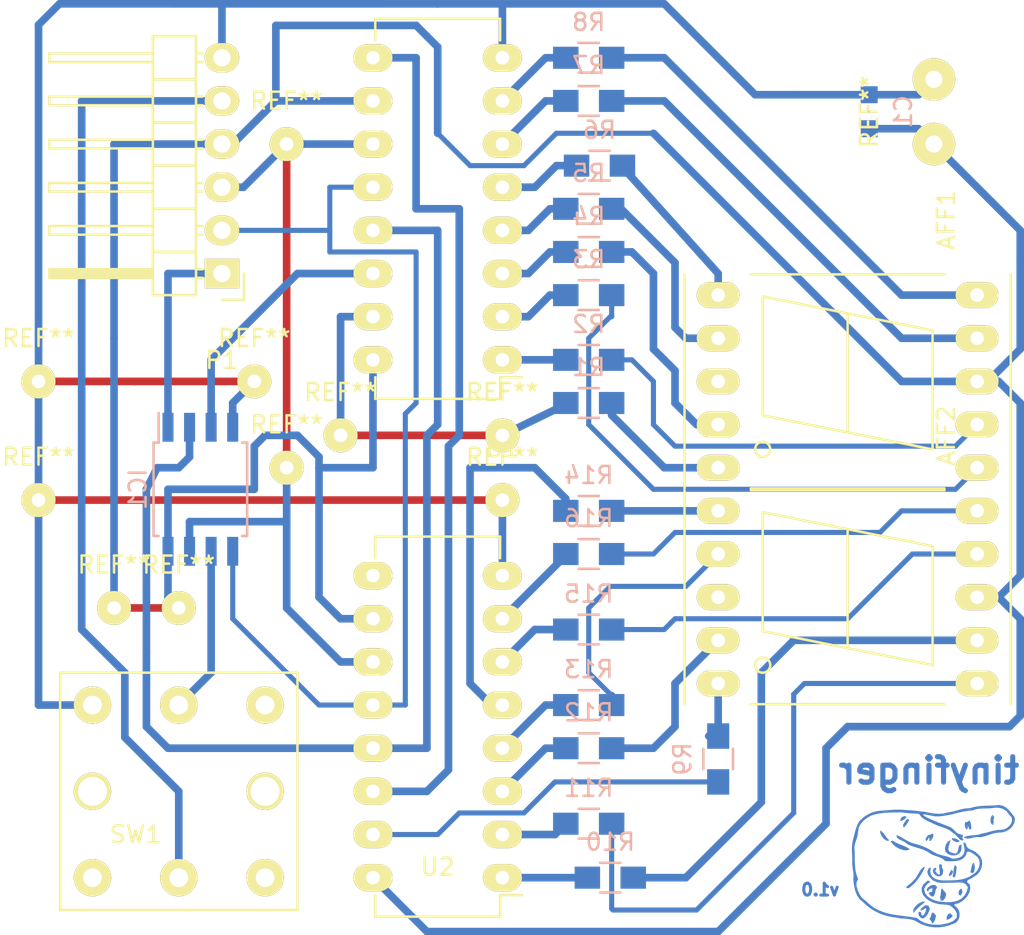
<source format=kicad_pcb>
(kicad_pcb (version 4) (host pcbnew 4.0.2+dfsg1-stable)

  (general
    (links 72)
    (no_connects 3)
    (area 153.157143 82.759465 213.785002 138.633628)
    (thickness 1.6)
    (drawings 2)
    (tracks 274)
    (zones 0)
    (modules 36)
    (nets 43)
  )

  (page A4)
  (layers
    (0 F.Cu signal)
    (31 B.Cu signal)
    (32 B.Adhes user)
    (33 F.Adhes user)
    (34 B.Paste user)
    (35 F.Paste user)
    (36 B.SilkS user)
    (37 F.SilkS user)
    (38 B.Mask user)
    (39 F.Mask user)
    (40 Dwgs.User user)
    (41 Cmts.User user)
    (42 Eco1.User user)
    (43 Eco2.User user)
    (44 Edge.Cuts user)
    (45 Margin user)
    (46 B.CrtYd user)
    (47 F.CrtYd user)
    (48 B.Fab user)
    (49 F.Fab user)
  )

  (setup
    (last_trace_width 0.45)
    (trace_clearance 0.2)
    (zone_clearance 0.508)
    (zone_45_only no)
    (trace_min 0.3)
    (segment_width 0.2)
    (edge_width 0.15)
    (via_size 0.6)
    (via_drill 0.4)
    (via_min_size 0.4)
    (via_min_drill 0.3)
    (uvia_size 0.3)
    (uvia_drill 0.1)
    (uvias_allowed no)
    (uvia_min_size 0.2)
    (uvia_min_drill 0.1)
    (pcb_text_width 0.3)
    (pcb_text_size 1.5 1.5)
    (mod_edge_width 0.15)
    (mod_text_size 1 1)
    (mod_text_width 0.15)
    (pad_size 1.99898 1.99898)
    (pad_drill 0.8001)
    (pad_to_mask_clearance 0.2)
    (aux_axis_origin 0 0)
    (visible_elements FFFDFF7F)
    (pcbplotparams
      (layerselection 0x00000_80000000)
      (usegerberextensions false)
      (excludeedgelayer true)
      (linewidth 0.100000)
      (plotframeref false)
      (viasonmask false)
      (mode 1)
      (useauxorigin false)
      (hpglpennumber 1)
      (hpglpenspeed 20)
      (hpglpendiameter 15)
      (hpglpenoverlay 2)
      (psnegative false)
      (psa4output false)
      (plotreference false)
      (plotvalue false)
      (plotinvisibletext false)
      (padsonsilk false)
      (subtractmaskfromsilk false)
      (outputformat 4)
      (mirror false)
      (drillshape 1)
      (scaleselection 1)
      (outputdirectory ""))
  )

  (net 0 "")
  (net 1 "Net-(AFF1-Pad1)")
  (net 2 "Net-(AFF1-Pad2)")
  (net 3 VCC)
  (net 4 "Net-(AFF1-Pad4)")
  (net 5 "Net-(AFF1-Pad5)")
  (net 6 "Net-(AFF1-Pad6)")
  (net 7 "Net-(AFF1-Pad7)")
  (net 8 "Net-(AFF1-Pad9)")
  (net 9 "Net-(AFF1-Pad10)")
  (net 10 "Net-(AFF2-Pad1)")
  (net 11 "Net-(AFF2-Pad2)")
  (net 12 "Net-(AFF2-Pad4)")
  (net 13 "Net-(AFF2-Pad5)")
  (net 14 "Net-(AFF2-Pad6)")
  (net 15 "Net-(AFF2-Pad7)")
  (net 16 "Net-(AFF2-Pad9)")
  (net 17 "Net-(AFF2-Pad10)")
  (net 18 "Net-(IC1-Pad1)")
  (net 19 "Net-(IC1-Pad2)")
  (net 20 "Net-(IC1-Pad3)")
  (net 21 GND)
  (net 22 "Net-(IC1-Pad5)")
  (net 23 "Net-(IC1-Pad6)")
  (net 24 "Net-(IC1-Pad7)")
  (net 25 "Net-(R1-Pad2)")
  (net 26 "Net-(R2-Pad2)")
  (net 27 "Net-(R3-Pad2)")
  (net 28 "Net-(R4-Pad2)")
  (net 29 "Net-(R5-Pad2)")
  (net 30 "Net-(R6-Pad2)")
  (net 31 "Net-(R7-Pad2)")
  (net 32 "Net-(R8-Pad2)")
  (net 33 "Net-(R9-Pad2)")
  (net 34 "Net-(R10-Pad2)")
  (net 35 "Net-(R11-Pad2)")
  (net 36 "Net-(R12-Pad2)")
  (net 37 "Net-(R13-Pad2)")
  (net 38 "Net-(R14-Pad2)")
  (net 39 "Net-(R15-Pad2)")
  (net 40 "Net-(R16-Pad2)")
  (net 41 "Net-(U1-Pad9)")
  (net 42 "Net-(U2-Pad9)")

  (net_class Default "This is the default net class."
    (clearance 0.2)
    (trace_width 0.45)
    (via_dia 0.6)
    (via_drill 0.4)
    (uvia_dia 0.3)
    (uvia_drill 0.1)
    (add_net GND)
    (add_net "Net-(AFF1-Pad1)")
    (add_net "Net-(AFF1-Pad10)")
    (add_net "Net-(AFF1-Pad2)")
    (add_net "Net-(AFF1-Pad4)")
    (add_net "Net-(AFF1-Pad5)")
    (add_net "Net-(AFF1-Pad9)")
    (add_net "Net-(AFF2-Pad1)")
    (add_net "Net-(AFF2-Pad4)")
    (add_net "Net-(AFF2-Pad5)")
    (add_net "Net-(AFF2-Pad7)")
    (add_net "Net-(IC1-Pad1)")
    (add_net "Net-(IC1-Pad2)")
    (add_net "Net-(IC1-Pad3)")
    (add_net "Net-(IC1-Pad6)")
    (add_net "Net-(IC1-Pad7)")
    (add_net "Net-(R1-Pad2)")
    (add_net "Net-(R10-Pad2)")
    (add_net "Net-(R11-Pad2)")
    (add_net "Net-(R12-Pad2)")
    (add_net "Net-(R13-Pad2)")
    (add_net "Net-(R14-Pad2)")
    (add_net "Net-(R15-Pad2)")
    (add_net "Net-(R16-Pad2)")
    (add_net "Net-(R2-Pad2)")
    (add_net "Net-(R3-Pad2)")
    (add_net "Net-(R4-Pad2)")
    (add_net "Net-(R5-Pad2)")
    (add_net "Net-(R6-Pad2)")
    (add_net "Net-(R7-Pad2)")
    (add_net "Net-(R8-Pad2)")
    (add_net "Net-(U1-Pad9)")
    (add_net "Net-(U2-Pad9)")
    (add_net VCC)
  )

  (net_class tunnel ""
    (clearance 0.2)
    (trace_width 0.3)
    (via_dia 0.6)
    (via_drill 0.4)
    (uvia_dia 0.3)
    (uvia_drill 0.1)
    (add_net "Net-(AFF1-Pad6)")
    (add_net "Net-(AFF1-Pad7)")
    (add_net "Net-(AFF2-Pad10)")
    (add_net "Net-(AFF2-Pad2)")
    (add_net "Net-(AFF2-Pad6)")
    (add_net "Net-(AFF2-Pad9)")
    (add_net "Net-(IC1-Pad5)")
    (add_net "Net-(R9-Pad2)")
  )

  (module Housings_DIP:DIP-16_W7.62mm_LongPads (layer F.Cu) (tedit 54130A77) (tstamp 59E0B9AF)
    (at 182.88 104.14 180)
    (descr "16-lead dip package, row spacing 7.62 mm (300 mils), longer pads")
    (tags "dil dip 2.54 300")
    (path /59DBA5BC)
    (fp_text reference U1 (at 0 -5.22 180) (layer F.SilkS)
      (effects (font (size 1 1) (thickness 0.15)))
    )
    (fp_text value 74LS595 (at 0 -3.72 180) (layer F.Fab)
      (effects (font (size 1 1) (thickness 0.15)))
    )
    (fp_line (start -1.4 -2.45) (end -1.4 20.25) (layer F.CrtYd) (width 0.05))
    (fp_line (start 9 -2.45) (end 9 20.25) (layer F.CrtYd) (width 0.05))
    (fp_line (start -1.4 -2.45) (end 9 -2.45) (layer F.CrtYd) (width 0.05))
    (fp_line (start -1.4 20.25) (end 9 20.25) (layer F.CrtYd) (width 0.05))
    (fp_line (start 0.135 -2.295) (end 0.135 -1.025) (layer F.SilkS) (width 0.15))
    (fp_line (start 7.485 -2.295) (end 7.485 -1.025) (layer F.SilkS) (width 0.15))
    (fp_line (start 7.485 20.075) (end 7.485 18.805) (layer F.SilkS) (width 0.15))
    (fp_line (start 0.135 20.075) (end 0.135 18.805) (layer F.SilkS) (width 0.15))
    (fp_line (start 0.135 -2.295) (end 7.485 -2.295) (layer F.SilkS) (width 0.15))
    (fp_line (start 0.135 20.075) (end 7.485 20.075) (layer F.SilkS) (width 0.15))
    (fp_line (start 0.135 -1.025) (end -1.15 -1.025) (layer F.SilkS) (width 0.15))
    (pad 1 thru_hole oval (at 0 0 180) (size 2.3 1.6) (drill 0.8) (layers *.Cu *.Mask F.SilkS)
      (net 26 "Net-(R2-Pad2)"))
    (pad 2 thru_hole oval (at 0 2.54 180) (size 2.3 1.6) (drill 0.8) (layers *.Cu *.Mask F.SilkS)
      (net 27 "Net-(R3-Pad2)"))
    (pad 3 thru_hole oval (at 0 5.08 180) (size 2.3 1.6) (drill 0.8) (layers *.Cu *.Mask F.SilkS)
      (net 28 "Net-(R4-Pad2)"))
    (pad 4 thru_hole oval (at 0 7.62 180) (size 2.3 1.6) (drill 0.8) (layers *.Cu *.Mask F.SilkS)
      (net 29 "Net-(R5-Pad2)"))
    (pad 5 thru_hole oval (at 0 10.16 180) (size 2.3 1.6) (drill 0.8) (layers *.Cu *.Mask F.SilkS)
      (net 30 "Net-(R6-Pad2)"))
    (pad 6 thru_hole oval (at 0 12.7 180) (size 2.3 1.6) (drill 0.8) (layers *.Cu *.Mask F.SilkS)
      (net 31 "Net-(R7-Pad2)"))
    (pad 7 thru_hole oval (at 0 15.24 180) (size 2.3 1.6) (drill 0.8) (layers *.Cu *.Mask F.SilkS)
      (net 32 "Net-(R8-Pad2)"))
    (pad 8 thru_hole oval (at 0 17.78 180) (size 2.3 1.6) (drill 0.8) (layers *.Cu *.Mask F.SilkS)
      (net 21 GND))
    (pad 9 thru_hole oval (at 7.62 17.78 180) (size 2.3 1.6) (drill 0.8) (layers *.Cu *.Mask F.SilkS)
      (net 41 "Net-(U1-Pad9)"))
    (pad 10 thru_hole oval (at 7.62 15.24 180) (size 2.3 1.6) (drill 0.8) (layers *.Cu *.Mask F.SilkS)
      (net 3 VCC))
    (pad 11 thru_hole oval (at 7.62 12.7 180) (size 2.3 1.6) (drill 0.8) (layers *.Cu *.Mask F.SilkS)
      (net 24 "Net-(IC1-Pad7)"))
    (pad 12 thru_hole oval (at 7.62 10.16 180) (size 2.3 1.6) (drill 0.8) (layers *.Cu *.Mask F.SilkS)
      (net 22 "Net-(IC1-Pad5)"))
    (pad 13 thru_hole oval (at 7.62 7.62 180) (size 2.3 1.6) (drill 0.8) (layers *.Cu *.Mask F.SilkS)
      (net 19 "Net-(IC1-Pad2)"))
    (pad 14 thru_hole oval (at 7.62 5.08 180) (size 2.3 1.6) (drill 0.8) (layers *.Cu *.Mask F.SilkS)
      (net 20 "Net-(IC1-Pad3)"))
    (pad 15 thru_hole oval (at 7.62 2.54 180) (size 2.3 1.6) (drill 0.8) (layers *.Cu *.Mask F.SilkS)
      (net 25 "Net-(R1-Pad2)"))
    (pad 16 thru_hole oval (at 7.62 0 180) (size 2.3 1.6) (drill 0.8) (layers *.Cu *.Mask F.SilkS)
      (net 3 VCC))
    (model Housings_DIP.3dshapes/DIP-16_W7.62mm_LongPads.wrl
      (at (xyz 0 0 0))
      (scale (xyz 1 1 1))
      (rotate (xyz 0 0 0))
    )
  )

  (module Displays_7-Segment:7SegmentLED_LTS6760_LTS6780 (layer F.Cu) (tedit 59DD121C) (tstamp 59E0B907)
    (at 203.2 105.41 270)
    (path /59DBA3A7)
    (fp_text reference AFF1 (at -9.5 -5.8 270) (layer F.SilkS)
      (effects (font (size 1 1) (thickness 0.15)))
    )
    (fp_text value 7SEGMENTS (at -0.4 12 270) (layer F.Fab)
      (effects (font (size 1 1) (thickness 0.15)))
    )
    (fp_circle (center 4 5) (end 4.4 5.2) (layer F.SilkS) (width 0.15))
    (fp_line (start -3 -5) (end -4 0) (layer F.SilkS) (width 0.15))
    (fp_line (start -4 0) (end -5 5) (layer F.SilkS) (width 0.15))
    (fp_line (start -5 5) (end 2 5) (layer F.SilkS) (width 0.15))
    (fp_line (start 2 5) (end 3 0) (layer F.SilkS) (width 0.15))
    (fp_line (start 4 -5) (end 3 0) (layer F.SilkS) (width 0.15))
    (fp_line (start 3 0) (end -4 0) (layer F.SilkS) (width 0.15))
    (fp_line (start -3 -5) (end 4 -5) (layer F.SilkS) (width 0.15))
    (fp_line (start 6.3 9.6) (end -6.3 9.6) (layer F.SilkS) (width 0.15))
    (fp_line (start -6.3 -5.7) (end -6.3 5.7) (layer F.SilkS) (width 0.15))
    (fp_line (start 6.3 -5.7) (end 6.3 5.7) (layer F.SilkS) (width 0.15))
    (fp_line (start -6.3 -9.6) (end 6.3 -9.6) (layer F.SilkS) (width 0.15))
    (pad 1 thru_hole oval (at -5.08 7.62 270) (size 1.524 2.524) (drill 0.8) (layers *.Cu *.Mask F.SilkS)
      (net 1 "Net-(AFF1-Pad1)"))
    (pad 2 thru_hole oval (at -2.54 7.62 270) (size 1.524 2.524) (drill 0.8) (layers *.Cu *.Mask F.SilkS)
      (net 2 "Net-(AFF1-Pad2)"))
    (pad 3 thru_hole oval (at 0 7.62 270) (size 1.524 2.524) (drill 0.8) (layers *.Cu *.Mask F.SilkS)
      (net 3 VCC))
    (pad 4 thru_hole oval (at 2.54 7.62 270) (size 1.524 2.524) (drill 0.8) (layers *.Cu *.Mask F.SilkS)
      (net 4 "Net-(AFF1-Pad4)"))
    (pad 5 thru_hole oval (at 5.08 7.62 270) (size 1.524 2.524) (drill 0.8) (layers *.Cu *.Mask F.SilkS)
      (net 5 "Net-(AFF1-Pad5)"))
    (pad 6 thru_hole oval (at 5.08 -7.62 270) (size 1.524 2.524) (drill 0.8) (layers *.Cu *.Mask F.SilkS)
      (net 6 "Net-(AFF1-Pad6)"))
    (pad 7 thru_hole oval (at 2.54 -7.62 270) (size 1.524 2.524) (drill 0.8) (layers *.Cu *.Mask F.SilkS)
      (net 7 "Net-(AFF1-Pad7)"))
    (pad 8 thru_hole oval (at 0 -7.62 270) (size 1.524 2.524) (drill 0.8) (layers *.Cu *.Mask F.SilkS)
      (net 3 VCC))
    (pad 9 thru_hole oval (at -2.54 -7.62 270) (size 1.524 2.524) (drill 0.8) (layers *.Cu *.Mask F.SilkS)
      (net 8 "Net-(AFF1-Pad9)"))
    (pad 10 thru_hole oval (at -5.08 -7.62 270) (size 1.524 2.524) (drill 0.8) (layers *.Cu *.Mask F.SilkS)
      (net 9 "Net-(AFF1-Pad10)"))
    (model Displays_7-Segment.3dshapes/7SegmentLED_LTS6760_LTS6780.wrl
      (at (xyz 0 0 0))
      (scale (xyz 0.3937 0.3937 0.3937))
      (rotate (xyz 0 0 0))
    )
  )

  (module Displays_7-Segment:7SegmentLED_LTS6760_LTS6780 (layer F.Cu) (tedit 59DD1225) (tstamp 59E0B915)
    (at 203.2 118.11 270)
    (path /59DBA420)
    (fp_text reference AFF2 (at -9.5 -5.8 270) (layer F.SilkS)
      (effects (font (size 1 1) (thickness 0.15)))
    )
    (fp_text value 7SEGMENTS (at -0.4 12 270) (layer F.Fab)
      (effects (font (size 1 1) (thickness 0.15)))
    )
    (fp_circle (center 4 5) (end 4.4 5.2) (layer F.SilkS) (width 0.15))
    (fp_line (start -3 -5) (end -4 0) (layer F.SilkS) (width 0.15))
    (fp_line (start -4 0) (end -5 5) (layer F.SilkS) (width 0.15))
    (fp_line (start -5 5) (end 2 5) (layer F.SilkS) (width 0.15))
    (fp_line (start 2 5) (end 3 0) (layer F.SilkS) (width 0.15))
    (fp_line (start 4 -5) (end 3 0) (layer F.SilkS) (width 0.15))
    (fp_line (start 3 0) (end -4 0) (layer F.SilkS) (width 0.15))
    (fp_line (start -3 -5) (end 4 -5) (layer F.SilkS) (width 0.15))
    (fp_line (start 6.3 9.6) (end -6.3 9.6) (layer F.SilkS) (width 0.15))
    (fp_line (start -6.3 -5.7) (end -6.3 5.7) (layer F.SilkS) (width 0.15))
    (fp_line (start 6.3 -5.7) (end 6.3 5.7) (layer F.SilkS) (width 0.15))
    (fp_line (start -6.3 -9.6) (end 6.3 -9.6) (layer F.SilkS) (width 0.15))
    (pad 1 thru_hole oval (at -5.08 7.62 270) (size 1.524 2.524) (drill 0.8) (layers *.Cu *.Mask F.SilkS)
      (net 10 "Net-(AFF2-Pad1)"))
    (pad 2 thru_hole oval (at -2.54 7.62 270) (size 1.524 2.524) (drill 0.8) (layers *.Cu *.Mask F.SilkS)
      (net 11 "Net-(AFF2-Pad2)"))
    (pad 3 thru_hole oval (at 0 7.62 270) (size 1.524 2.524) (drill 0.8) (layers *.Cu *.Mask F.SilkS)
      (net 3 VCC))
    (pad 4 thru_hole oval (at 2.54 7.62 270) (size 1.524 2.524) (drill 0.8) (layers *.Cu *.Mask F.SilkS)
      (net 12 "Net-(AFF2-Pad4)"))
    (pad 5 thru_hole oval (at 5.08 7.62 270) (size 1.524 2.524) (drill 0.8) (layers *.Cu *.Mask F.SilkS)
      (net 13 "Net-(AFF2-Pad5)"))
    (pad 6 thru_hole oval (at 5.08 -7.62 270) (size 1.524 2.524) (drill 0.8) (layers *.Cu *.Mask F.SilkS)
      (net 14 "Net-(AFF2-Pad6)"))
    (pad 7 thru_hole oval (at 2.54 -7.62 270) (size 1.524 2.524) (drill 0.8) (layers *.Cu *.Mask F.SilkS)
      (net 15 "Net-(AFF2-Pad7)"))
    (pad 8 thru_hole oval (at 0 -7.62 270) (size 1.524 2.524) (drill 0.8) (layers *.Cu *.Mask F.SilkS)
      (net 3 VCC))
    (pad 9 thru_hole oval (at -2.54 -7.62 270) (size 1.524 2.524) (drill 0.8) (layers *.Cu *.Mask F.SilkS)
      (net 16 "Net-(AFF2-Pad9)"))
    (pad 10 thru_hole oval (at -5.08 -7.62 270) (size 1.524 2.524) (drill 0.8) (layers *.Cu *.Mask F.SilkS)
      (net 17 "Net-(AFF2-Pad10)"))
    (model Displays_7-Segment.3dshapes/7SegmentLED_LTS6760_LTS6780.wrl
      (at (xyz 0 0 0))
      (scale (xyz 0.3937 0.3937 0.3937))
      (rotate (xyz 0 0 0))
    )
  )

  (module Housings_SOIC:SOIJ-8_5.3x5.3mm_Pitch1.27mm (layer B.Cu) (tedit 54130A77) (tstamp 59E0B921)
    (at 165.1 111.76 270)
    (descr "8-Lead Plastic Small Outline (SM) - Medium, 5.28 mm Body [SOIC] (see Microchip Packaging Specification 00000049BS.pdf)")
    (tags "SOIC 1.27")
    (path /59DBA4D2)
    (attr smd)
    (fp_text reference IC1 (at 0 3.68 270) (layer B.SilkS)
      (effects (font (size 1 1) (thickness 0.15)) (justify mirror))
    )
    (fp_text value ATTINY13-S (at 0 -3.68 270) (layer B.Fab)
      (effects (font (size 1 1) (thickness 0.15)) (justify mirror))
    )
    (fp_line (start -4.75 2.95) (end -4.75 -2.95) (layer B.CrtYd) (width 0.05))
    (fp_line (start 4.75 2.95) (end 4.75 -2.95) (layer B.CrtYd) (width 0.05))
    (fp_line (start -4.75 2.95) (end 4.75 2.95) (layer B.CrtYd) (width 0.05))
    (fp_line (start -4.75 -2.95) (end 4.75 -2.95) (layer B.CrtYd) (width 0.05))
    (fp_line (start -2.75 2.755) (end -2.75 2.455) (layer B.SilkS) (width 0.15))
    (fp_line (start 2.75 2.755) (end 2.75 2.455) (layer B.SilkS) (width 0.15))
    (fp_line (start 2.75 -2.755) (end 2.75 -2.455) (layer B.SilkS) (width 0.15))
    (fp_line (start -2.75 -2.755) (end -2.75 -2.455) (layer B.SilkS) (width 0.15))
    (fp_line (start -2.75 2.755) (end 2.75 2.755) (layer B.SilkS) (width 0.15))
    (fp_line (start -2.75 -2.755) (end 2.75 -2.755) (layer B.SilkS) (width 0.15))
    (fp_line (start -2.75 2.455) (end -4.5 2.455) (layer B.SilkS) (width 0.15))
    (pad 1 smd rect (at -3.65 1.905 270) (size 1.7 0.65) (layers B.Cu B.Paste B.Mask)
      (net 18 "Net-(IC1-Pad1)"))
    (pad 2 smd rect (at -3.65 0.635 270) (size 1.7 0.65) (layers B.Cu B.Paste B.Mask)
      (net 19 "Net-(IC1-Pad2)"))
    (pad 3 smd rect (at -3.65 -0.635 270) (size 1.7 0.65) (layers B.Cu B.Paste B.Mask)
      (net 20 "Net-(IC1-Pad3)"))
    (pad 4 smd rect (at -3.65 -1.905 270) (size 1.7 0.65) (layers B.Cu B.Paste B.Mask)
      (net 21 GND))
    (pad 5 smd rect (at 3.65 -1.905 270) (size 1.7 0.65) (layers B.Cu B.Paste B.Mask)
      (net 22 "Net-(IC1-Pad5)"))
    (pad 6 smd rect (at 3.65 -0.635 270) (size 1.7 0.65) (layers B.Cu B.Paste B.Mask)
      (net 23 "Net-(IC1-Pad6)"))
    (pad 7 smd rect (at 3.65 0.635 270) (size 1.7 0.65) (layers B.Cu B.Paste B.Mask)
      (net 24 "Net-(IC1-Pad7)"))
    (pad 8 smd rect (at 3.65 1.905 270) (size 1.7 0.65) (layers B.Cu B.Paste B.Mask)
      (net 3 VCC))
    (model Housings_SOIC.3dshapes/SOIJ-8_5.3x5.3mm_Pitch1.27mm.wrl
      (at (xyz 0 0 0))
      (scale (xyz 1 1 1))
      (rotate (xyz 0 0 0))
    )
  )

  (module Pin_Headers:Pin_Header_Angled_1x06 (layer F.Cu) (tedit 0) (tstamp 59E0B92B)
    (at 166.37 99.06 180)
    (descr "Through hole pin header")
    (tags "pin header")
    (path /59DBB3ED)
    (fp_text reference P1 (at 0 -5.1 180) (layer F.SilkS)
      (effects (font (size 1 1) (thickness 0.15)))
    )
    (fp_text value CONN_01X06 (at 0 -3.1 180) (layer F.Fab)
      (effects (font (size 1 1) (thickness 0.15)))
    )
    (fp_line (start -1.5 -1.75) (end -1.5 14.45) (layer F.CrtYd) (width 0.05))
    (fp_line (start 10.65 -1.75) (end 10.65 14.45) (layer F.CrtYd) (width 0.05))
    (fp_line (start -1.5 -1.75) (end 10.65 -1.75) (layer F.CrtYd) (width 0.05))
    (fp_line (start -1.5 14.45) (end 10.65 14.45) (layer F.CrtYd) (width 0.05))
    (fp_line (start -1.3 -1.55) (end -1.3 0) (layer F.SilkS) (width 0.15))
    (fp_line (start 0 -1.55) (end -1.3 -1.55) (layer F.SilkS) (width 0.15))
    (fp_line (start 4.191 -0.127) (end 10.033 -0.127) (layer F.SilkS) (width 0.15))
    (fp_line (start 10.033 -0.127) (end 10.033 0.127) (layer F.SilkS) (width 0.15))
    (fp_line (start 10.033 0.127) (end 4.191 0.127) (layer F.SilkS) (width 0.15))
    (fp_line (start 4.191 0.127) (end 4.191 0) (layer F.SilkS) (width 0.15))
    (fp_line (start 4.191 0) (end 10.033 0) (layer F.SilkS) (width 0.15))
    (fp_line (start 1.524 -0.254) (end 1.143 -0.254) (layer F.SilkS) (width 0.15))
    (fp_line (start 1.524 0.254) (end 1.143 0.254) (layer F.SilkS) (width 0.15))
    (fp_line (start 1.524 2.286) (end 1.143 2.286) (layer F.SilkS) (width 0.15))
    (fp_line (start 1.524 2.794) (end 1.143 2.794) (layer F.SilkS) (width 0.15))
    (fp_line (start 1.524 4.826) (end 1.143 4.826) (layer F.SilkS) (width 0.15))
    (fp_line (start 1.524 5.334) (end 1.143 5.334) (layer F.SilkS) (width 0.15))
    (fp_line (start 1.524 12.954) (end 1.143 12.954) (layer F.SilkS) (width 0.15))
    (fp_line (start 1.524 12.446) (end 1.143 12.446) (layer F.SilkS) (width 0.15))
    (fp_line (start 1.524 10.414) (end 1.143 10.414) (layer F.SilkS) (width 0.15))
    (fp_line (start 1.524 9.906) (end 1.143 9.906) (layer F.SilkS) (width 0.15))
    (fp_line (start 1.524 7.874) (end 1.143 7.874) (layer F.SilkS) (width 0.15))
    (fp_line (start 1.524 7.366) (end 1.143 7.366) (layer F.SilkS) (width 0.15))
    (fp_line (start 1.524 -1.27) (end 4.064 -1.27) (layer F.SilkS) (width 0.15))
    (fp_line (start 1.524 1.27) (end 4.064 1.27) (layer F.SilkS) (width 0.15))
    (fp_line (start 1.524 1.27) (end 1.524 3.81) (layer F.SilkS) (width 0.15))
    (fp_line (start 1.524 3.81) (end 4.064 3.81) (layer F.SilkS) (width 0.15))
    (fp_line (start 4.064 2.286) (end 10.16 2.286) (layer F.SilkS) (width 0.15))
    (fp_line (start 10.16 2.286) (end 10.16 2.794) (layer F.SilkS) (width 0.15))
    (fp_line (start 10.16 2.794) (end 4.064 2.794) (layer F.SilkS) (width 0.15))
    (fp_line (start 4.064 3.81) (end 4.064 1.27) (layer F.SilkS) (width 0.15))
    (fp_line (start 4.064 1.27) (end 4.064 -1.27) (layer F.SilkS) (width 0.15))
    (fp_line (start 10.16 0.254) (end 4.064 0.254) (layer F.SilkS) (width 0.15))
    (fp_line (start 10.16 -0.254) (end 10.16 0.254) (layer F.SilkS) (width 0.15))
    (fp_line (start 4.064 -0.254) (end 10.16 -0.254) (layer F.SilkS) (width 0.15))
    (fp_line (start 1.524 1.27) (end 4.064 1.27) (layer F.SilkS) (width 0.15))
    (fp_line (start 1.524 -1.27) (end 1.524 1.27) (layer F.SilkS) (width 0.15))
    (fp_line (start 1.524 8.89) (end 4.064 8.89) (layer F.SilkS) (width 0.15))
    (fp_line (start 1.524 8.89) (end 1.524 11.43) (layer F.SilkS) (width 0.15))
    (fp_line (start 1.524 11.43) (end 4.064 11.43) (layer F.SilkS) (width 0.15))
    (fp_line (start 4.064 9.906) (end 10.16 9.906) (layer F.SilkS) (width 0.15))
    (fp_line (start 10.16 9.906) (end 10.16 10.414) (layer F.SilkS) (width 0.15))
    (fp_line (start 10.16 10.414) (end 4.064 10.414) (layer F.SilkS) (width 0.15))
    (fp_line (start 4.064 11.43) (end 4.064 8.89) (layer F.SilkS) (width 0.15))
    (fp_line (start 4.064 13.97) (end 4.064 11.43) (layer F.SilkS) (width 0.15))
    (fp_line (start 10.16 12.954) (end 4.064 12.954) (layer F.SilkS) (width 0.15))
    (fp_line (start 10.16 12.446) (end 10.16 12.954) (layer F.SilkS) (width 0.15))
    (fp_line (start 4.064 12.446) (end 10.16 12.446) (layer F.SilkS) (width 0.15))
    (fp_line (start 1.524 13.97) (end 4.064 13.97) (layer F.SilkS) (width 0.15))
    (fp_line (start 1.524 11.43) (end 1.524 13.97) (layer F.SilkS) (width 0.15))
    (fp_line (start 1.524 11.43) (end 4.064 11.43) (layer F.SilkS) (width 0.15))
    (fp_line (start 1.524 6.35) (end 4.064 6.35) (layer F.SilkS) (width 0.15))
    (fp_line (start 1.524 6.35) (end 1.524 8.89) (layer F.SilkS) (width 0.15))
    (fp_line (start 1.524 8.89) (end 4.064 8.89) (layer F.SilkS) (width 0.15))
    (fp_line (start 4.064 7.366) (end 10.16 7.366) (layer F.SilkS) (width 0.15))
    (fp_line (start 10.16 7.366) (end 10.16 7.874) (layer F.SilkS) (width 0.15))
    (fp_line (start 10.16 7.874) (end 4.064 7.874) (layer F.SilkS) (width 0.15))
    (fp_line (start 4.064 8.89) (end 4.064 6.35) (layer F.SilkS) (width 0.15))
    (fp_line (start 4.064 6.35) (end 4.064 3.81) (layer F.SilkS) (width 0.15))
    (fp_line (start 10.16 5.334) (end 4.064 5.334) (layer F.SilkS) (width 0.15))
    (fp_line (start 10.16 4.826) (end 10.16 5.334) (layer F.SilkS) (width 0.15))
    (fp_line (start 4.064 4.826) (end 10.16 4.826) (layer F.SilkS) (width 0.15))
    (fp_line (start 1.524 6.35) (end 4.064 6.35) (layer F.SilkS) (width 0.15))
    (fp_line (start 1.524 3.81) (end 1.524 6.35) (layer F.SilkS) (width 0.15))
    (fp_line (start 1.524 3.81) (end 4.064 3.81) (layer F.SilkS) (width 0.15))
    (pad 1 thru_hole rect (at 0 0 180) (size 2.032 1.7272) (drill 1.016) (layers *.Cu *.Mask F.SilkS)
      (net 18 "Net-(IC1-Pad1)"))
    (pad 2 thru_hole oval (at 0 2.54 180) (size 2.032 1.7272) (drill 1.016) (layers *.Cu *.Mask F.SilkS)
      (net 22 "Net-(IC1-Pad5)"))
    (pad 3 thru_hole oval (at 0 5.08 180) (size 2.032 1.7272) (drill 1.016) (layers *.Cu *.Mask F.SilkS)
      (net 24 "Net-(IC1-Pad7)"))
    (pad 4 thru_hole oval (at 0 7.62 180) (size 2.032 1.7272) (drill 1.016) (layers *.Cu *.Mask F.SilkS)
      (net 3 VCC))
    (pad 5 thru_hole oval (at 0 10.16 180) (size 2.032 1.7272) (drill 1.016) (layers *.Cu *.Mask F.SilkS)
      (net 23 "Net-(IC1-Pad6)"))
    (pad 6 thru_hole oval (at 0 12.7 180) (size 2.032 1.7272) (drill 1.016) (layers *.Cu *.Mask F.SilkS)
      (net 21 GND))
    (model Pin_Headers.3dshapes/Pin_Header_Angled_1x06.wrl
      (at (xyz 0 -0.25 0))
      (scale (xyz 1 1 1))
      (rotate (xyz 0 0 90))
    )
  )

  (module Resistors_SMD:R_0805_HandSoldering (layer B.Cu) (tedit 54189DEE) (tstamp 59E0B931)
    (at 187.96 106.68 180)
    (descr "Resistor SMD 0805, hand soldering")
    (tags "resistor 0805")
    (path /59DBD090)
    (attr smd)
    (fp_text reference R1 (at 0 2.1 180) (layer B.SilkS)
      (effects (font (size 1 1) (thickness 0.15)) (justify mirror))
    )
    (fp_text value R_Small (at 0 -2.1 180) (layer B.Fab)
      (effects (font (size 1 1) (thickness 0.15)) (justify mirror))
    )
    (fp_line (start -2.4 1) (end 2.4 1) (layer B.CrtYd) (width 0.05))
    (fp_line (start -2.4 -1) (end 2.4 -1) (layer B.CrtYd) (width 0.05))
    (fp_line (start -2.4 1) (end -2.4 -1) (layer B.CrtYd) (width 0.05))
    (fp_line (start 2.4 1) (end 2.4 -1) (layer B.CrtYd) (width 0.05))
    (fp_line (start 0.6 -0.875) (end -0.6 -0.875) (layer B.SilkS) (width 0.15))
    (fp_line (start -0.6 0.875) (end 0.6 0.875) (layer B.SilkS) (width 0.15))
    (pad 1 smd rect (at -1.35 0 180) (size 1.5 1.3) (layers B.Cu B.Paste B.Mask)
      (net 5 "Net-(AFF1-Pad5)"))
    (pad 2 smd rect (at 1.35 0 180) (size 1.5 1.3) (layers B.Cu B.Paste B.Mask)
      (net 25 "Net-(R1-Pad2)"))
    (model Resistors_SMD.3dshapes/R_0805_HandSoldering.wrl
      (at (xyz 0 0 0))
      (scale (xyz 1 1 1))
      (rotate (xyz 0 0 0))
    )
  )

  (module Resistors_SMD:R_0805_HandSoldering (layer B.Cu) (tedit 54189DEE) (tstamp 59E0B937)
    (at 187.96 104.14 180)
    (descr "Resistor SMD 0805, hand soldering")
    (tags "resistor 0805")
    (path /59DBCB1F)
    (attr smd)
    (fp_text reference R2 (at 0 2.1 180) (layer B.SilkS)
      (effects (font (size 1 1) (thickness 0.15)) (justify mirror))
    )
    (fp_text value R_Small (at 0 -2.1 180) (layer B.Fab)
      (effects (font (size 1 1) (thickness 0.15)) (justify mirror))
    )
    (fp_line (start -2.4 1) (end 2.4 1) (layer B.CrtYd) (width 0.05))
    (fp_line (start -2.4 -1) (end 2.4 -1) (layer B.CrtYd) (width 0.05))
    (fp_line (start -2.4 1) (end -2.4 -1) (layer B.CrtYd) (width 0.05))
    (fp_line (start 2.4 1) (end 2.4 -1) (layer B.CrtYd) (width 0.05))
    (fp_line (start 0.6 -0.875) (end -0.6 -0.875) (layer B.SilkS) (width 0.15))
    (fp_line (start -0.6 0.875) (end 0.6 0.875) (layer B.SilkS) (width 0.15))
    (pad 1 smd rect (at -1.35 0 180) (size 1.5 1.3) (layers B.Cu B.Paste B.Mask)
      (net 7 "Net-(AFF1-Pad7)"))
    (pad 2 smd rect (at 1.35 0 180) (size 1.5 1.3) (layers B.Cu B.Paste B.Mask)
      (net 26 "Net-(R2-Pad2)"))
    (model Resistors_SMD.3dshapes/R_0805_HandSoldering.wrl
      (at (xyz 0 0 0))
      (scale (xyz 1 1 1))
      (rotate (xyz 0 0 0))
    )
  )

  (module Resistors_SMD:R_0805_HandSoldering (layer B.Cu) (tedit 54189DEE) (tstamp 59E0B93D)
    (at 187.96 100.33 180)
    (descr "Resistor SMD 0805, hand soldering")
    (tags "resistor 0805")
    (path /59DBCAE0)
    (attr smd)
    (fp_text reference R3 (at 0 2.1 180) (layer B.SilkS)
      (effects (font (size 1 1) (thickness 0.15)) (justify mirror))
    )
    (fp_text value R_Small (at 0 -2.1 180) (layer B.Fab)
      (effects (font (size 1 1) (thickness 0.15)) (justify mirror))
    )
    (fp_line (start -2.4 1) (end 2.4 1) (layer B.CrtYd) (width 0.05))
    (fp_line (start -2.4 -1) (end 2.4 -1) (layer B.CrtYd) (width 0.05))
    (fp_line (start -2.4 1) (end -2.4 -1) (layer B.CrtYd) (width 0.05))
    (fp_line (start 2.4 1) (end 2.4 -1) (layer B.CrtYd) (width 0.05))
    (fp_line (start 0.6 -0.875) (end -0.6 -0.875) (layer B.SilkS) (width 0.15))
    (fp_line (start -0.6 0.875) (end 0.6 0.875) (layer B.SilkS) (width 0.15))
    (pad 1 smd rect (at -1.35 0 180) (size 1.5 1.3) (layers B.Cu B.Paste B.Mask)
      (net 6 "Net-(AFF1-Pad6)"))
    (pad 2 smd rect (at 1.35 0 180) (size 1.5 1.3) (layers B.Cu B.Paste B.Mask)
      (net 27 "Net-(R3-Pad2)"))
    (model Resistors_SMD.3dshapes/R_0805_HandSoldering.wrl
      (at (xyz 0 0 0))
      (scale (xyz 1 1 1))
      (rotate (xyz 0 0 0))
    )
  )

  (module Resistors_SMD:R_0805_HandSoldering (layer B.Cu) (tedit 54189DEE) (tstamp 59E0B943)
    (at 187.96 97.79 180)
    (descr "Resistor SMD 0805, hand soldering")
    (tags "resistor 0805")
    (path /59DBCAA3)
    (attr smd)
    (fp_text reference R4 (at 0 2.1 180) (layer B.SilkS)
      (effects (font (size 1 1) (thickness 0.15)) (justify mirror))
    )
    (fp_text value R_Small (at 0 -2.1 180) (layer B.Fab)
      (effects (font (size 1 1) (thickness 0.15)) (justify mirror))
    )
    (fp_line (start -2.4 1) (end 2.4 1) (layer B.CrtYd) (width 0.05))
    (fp_line (start -2.4 -1) (end 2.4 -1) (layer B.CrtYd) (width 0.05))
    (fp_line (start -2.4 1) (end -2.4 -1) (layer B.CrtYd) (width 0.05))
    (fp_line (start 2.4 1) (end 2.4 -1) (layer B.CrtYd) (width 0.05))
    (fp_line (start 0.6 -0.875) (end -0.6 -0.875) (layer B.SilkS) (width 0.15))
    (fp_line (start -0.6 0.875) (end 0.6 0.875) (layer B.SilkS) (width 0.15))
    (pad 1 smd rect (at -1.35 0 180) (size 1.5 1.3) (layers B.Cu B.Paste B.Mask)
      (net 4 "Net-(AFF1-Pad4)"))
    (pad 2 smd rect (at 1.35 0 180) (size 1.5 1.3) (layers B.Cu B.Paste B.Mask)
      (net 28 "Net-(R4-Pad2)"))
    (model Resistors_SMD.3dshapes/R_0805_HandSoldering.wrl
      (at (xyz 0 0 0))
      (scale (xyz 1 1 1))
      (rotate (xyz 0 0 0))
    )
  )

  (module Resistors_SMD:R_0805_HandSoldering (layer B.Cu) (tedit 54189DEE) (tstamp 59E0B949)
    (at 187.96 95.25 180)
    (descr "Resistor SMD 0805, hand soldering")
    (tags "resistor 0805")
    (path /59DBCA5C)
    (attr smd)
    (fp_text reference R5 (at 0 2.1 180) (layer B.SilkS)
      (effects (font (size 1 1) (thickness 0.15)) (justify mirror))
    )
    (fp_text value R_Small (at 0 -2.1 180) (layer B.Fab)
      (effects (font (size 1 1) (thickness 0.15)) (justify mirror))
    )
    (fp_line (start -2.4 1) (end 2.4 1) (layer B.CrtYd) (width 0.05))
    (fp_line (start -2.4 -1) (end 2.4 -1) (layer B.CrtYd) (width 0.05))
    (fp_line (start -2.4 1) (end -2.4 -1) (layer B.CrtYd) (width 0.05))
    (fp_line (start 2.4 1) (end 2.4 -1) (layer B.CrtYd) (width 0.05))
    (fp_line (start 0.6 -0.875) (end -0.6 -0.875) (layer B.SilkS) (width 0.15))
    (fp_line (start -0.6 0.875) (end 0.6 0.875) (layer B.SilkS) (width 0.15))
    (pad 1 smd rect (at -1.35 0 180) (size 1.5 1.3) (layers B.Cu B.Paste B.Mask)
      (net 2 "Net-(AFF1-Pad2)"))
    (pad 2 smd rect (at 1.35 0 180) (size 1.5 1.3) (layers B.Cu B.Paste B.Mask)
      (net 29 "Net-(R5-Pad2)"))
    (model Resistors_SMD.3dshapes/R_0805_HandSoldering.wrl
      (at (xyz 0 0 0))
      (scale (xyz 1 1 1))
      (rotate (xyz 0 0 0))
    )
  )

  (module Resistors_SMD:R_0805_HandSoldering (layer B.Cu) (tedit 54189DEE) (tstamp 59E0B94F)
    (at 188.595 92.71 180)
    (descr "Resistor SMD 0805, hand soldering")
    (tags "resistor 0805")
    (path /59DBCA1F)
    (attr smd)
    (fp_text reference R6 (at 0 2.1 180) (layer B.SilkS)
      (effects (font (size 1 1) (thickness 0.15)) (justify mirror))
    )
    (fp_text value R_Small (at 0 -2.1 180) (layer B.Fab)
      (effects (font (size 1 1) (thickness 0.15)) (justify mirror))
    )
    (fp_line (start -2.4 1) (end 2.4 1) (layer B.CrtYd) (width 0.05))
    (fp_line (start -2.4 -1) (end 2.4 -1) (layer B.CrtYd) (width 0.05))
    (fp_line (start -2.4 1) (end -2.4 -1) (layer B.CrtYd) (width 0.05))
    (fp_line (start 2.4 1) (end 2.4 -1) (layer B.CrtYd) (width 0.05))
    (fp_line (start 0.6 -0.875) (end -0.6 -0.875) (layer B.SilkS) (width 0.15))
    (fp_line (start -0.6 0.875) (end 0.6 0.875) (layer B.SilkS) (width 0.15))
    (pad 1 smd rect (at -1.35 0 180) (size 1.5 1.3) (layers B.Cu B.Paste B.Mask)
      (net 1 "Net-(AFF1-Pad1)"))
    (pad 2 smd rect (at 1.35 0 180) (size 1.5 1.3) (layers B.Cu B.Paste B.Mask)
      (net 30 "Net-(R6-Pad2)"))
    (model Resistors_SMD.3dshapes/R_0805_HandSoldering.wrl
      (at (xyz 0 0 0))
      (scale (xyz 1 1 1))
      (rotate (xyz 0 0 0))
    )
  )

  (module Resistors_SMD:R_0805_HandSoldering (layer B.Cu) (tedit 54189DEE) (tstamp 59E0B955)
    (at 187.96 88.9 180)
    (descr "Resistor SMD 0805, hand soldering")
    (tags "resistor 0805")
    (path /59DBC9E2)
    (attr smd)
    (fp_text reference R7 (at 0 2.1 180) (layer B.SilkS)
      (effects (font (size 1 1) (thickness 0.15)) (justify mirror))
    )
    (fp_text value R_Small (at 0 -2.1 180) (layer B.Fab)
      (effects (font (size 1 1) (thickness 0.15)) (justify mirror))
    )
    (fp_line (start -2.4 1) (end 2.4 1) (layer B.CrtYd) (width 0.05))
    (fp_line (start -2.4 -1) (end 2.4 -1) (layer B.CrtYd) (width 0.05))
    (fp_line (start -2.4 1) (end -2.4 -1) (layer B.CrtYd) (width 0.05))
    (fp_line (start 2.4 1) (end 2.4 -1) (layer B.CrtYd) (width 0.05))
    (fp_line (start 0.6 -0.875) (end -0.6 -0.875) (layer B.SilkS) (width 0.15))
    (fp_line (start -0.6 0.875) (end 0.6 0.875) (layer B.SilkS) (width 0.15))
    (pad 1 smd rect (at -1.35 0 180) (size 1.5 1.3) (layers B.Cu B.Paste B.Mask)
      (net 8 "Net-(AFF1-Pad9)"))
    (pad 2 smd rect (at 1.35 0 180) (size 1.5 1.3) (layers B.Cu B.Paste B.Mask)
      (net 31 "Net-(R7-Pad2)"))
    (model Resistors_SMD.3dshapes/R_0805_HandSoldering.wrl
      (at (xyz 0 0 0))
      (scale (xyz 1 1 1))
      (rotate (xyz 0 0 0))
    )
  )

  (module Resistors_SMD:R_0805_HandSoldering (layer B.Cu) (tedit 54189DEE) (tstamp 59E0B95B)
    (at 187.96 86.36 180)
    (descr "Resistor SMD 0805, hand soldering")
    (tags "resistor 0805")
    (path /59DBC911)
    (attr smd)
    (fp_text reference R8 (at 0 2.1 180) (layer B.SilkS)
      (effects (font (size 1 1) (thickness 0.15)) (justify mirror))
    )
    (fp_text value R_Small (at 0 -2.1 180) (layer B.Fab)
      (effects (font (size 1 1) (thickness 0.15)) (justify mirror))
    )
    (fp_line (start -2.4 1) (end 2.4 1) (layer B.CrtYd) (width 0.05))
    (fp_line (start -2.4 -1) (end 2.4 -1) (layer B.CrtYd) (width 0.05))
    (fp_line (start -2.4 1) (end -2.4 -1) (layer B.CrtYd) (width 0.05))
    (fp_line (start 2.4 1) (end 2.4 -1) (layer B.CrtYd) (width 0.05))
    (fp_line (start 0.6 -0.875) (end -0.6 -0.875) (layer B.SilkS) (width 0.15))
    (fp_line (start -0.6 0.875) (end 0.6 0.875) (layer B.SilkS) (width 0.15))
    (pad 1 smd rect (at -1.35 0 180) (size 1.5 1.3) (layers B.Cu B.Paste B.Mask)
      (net 9 "Net-(AFF1-Pad10)"))
    (pad 2 smd rect (at 1.35 0 180) (size 1.5 1.3) (layers B.Cu B.Paste B.Mask)
      (net 32 "Net-(R8-Pad2)"))
    (model Resistors_SMD.3dshapes/R_0805_HandSoldering.wrl
      (at (xyz 0 0 0))
      (scale (xyz 1 1 1))
      (rotate (xyz 0 0 0))
    )
  )

  (module Resistors_SMD:R_0805_HandSoldering (layer B.Cu) (tedit 54189DEE) (tstamp 59E0B961)
    (at 195.58 127.635 270)
    (descr "Resistor SMD 0805, hand soldering")
    (tags "resistor 0805")
    (path /59DBD18B)
    (attr smd)
    (fp_text reference R9 (at 0 2.1 270) (layer B.SilkS)
      (effects (font (size 1 1) (thickness 0.15)) (justify mirror))
    )
    (fp_text value R_Small (at 0 -2.1 270) (layer B.Fab)
      (effects (font (size 1 1) (thickness 0.15)) (justify mirror))
    )
    (fp_line (start -2.4 1) (end 2.4 1) (layer B.CrtYd) (width 0.05))
    (fp_line (start -2.4 -1) (end 2.4 -1) (layer B.CrtYd) (width 0.05))
    (fp_line (start -2.4 1) (end -2.4 -1) (layer B.CrtYd) (width 0.05))
    (fp_line (start 2.4 1) (end 2.4 -1) (layer B.CrtYd) (width 0.05))
    (fp_line (start 0.6 -0.875) (end -0.6 -0.875) (layer B.SilkS) (width 0.15))
    (fp_line (start -0.6 0.875) (end 0.6 0.875) (layer B.SilkS) (width 0.15))
    (pad 1 smd rect (at -1.35 0 270) (size 1.5 1.3) (layers B.Cu B.Paste B.Mask)
      (net 13 "Net-(AFF2-Pad5)"))
    (pad 2 smd rect (at 1.35 0 270) (size 1.5 1.3) (layers B.Cu B.Paste B.Mask)
      (net 33 "Net-(R9-Pad2)"))
    (model Resistors_SMD.3dshapes/R_0805_HandSoldering.wrl
      (at (xyz 0 0 0))
      (scale (xyz 1 1 1))
      (rotate (xyz 0 0 0))
    )
  )

  (module Resistors_SMD:R_0805_HandSoldering (layer B.Cu) (tedit 59DD0FEA) (tstamp 59E0B967)
    (at 189.23 134.62 180)
    (descr "Resistor SMD 0805, hand soldering")
    (tags "resistor 0805")
    (path /59DBBDCB)
    (attr smd)
    (fp_text reference R10 (at 0 2.1 180) (layer B.SilkS)
      (effects (font (size 1 1) (thickness 0.15)) (justify mirror))
    )
    (fp_text value R_Small (at 0.635 -1.905 180) (layer B.Fab)
      (effects (font (size 1 1) (thickness 0.15)) (justify mirror))
    )
    (fp_line (start -2.4 1) (end 2.4 1) (layer B.CrtYd) (width 0.05))
    (fp_line (start -2.4 -1) (end 2.4 -1) (layer B.CrtYd) (width 0.05))
    (fp_line (start -2.4 1) (end -2.4 -1) (layer B.CrtYd) (width 0.05))
    (fp_line (start 2.4 1) (end 2.4 -1) (layer B.CrtYd) (width 0.05))
    (fp_line (start 0.6 -0.875) (end -0.6 -0.875) (layer B.SilkS) (width 0.15))
    (fp_line (start -0.6 0.875) (end 0.6 0.875) (layer B.SilkS) (width 0.15))
    (pad 1 smd rect (at -1.35 0 180) (size 1.5 1.3) (layers B.Cu B.Paste B.Mask)
      (net 15 "Net-(AFF2-Pad7)"))
    (pad 2 smd rect (at 1.35 0 180) (size 1.5 1.3) (layers B.Cu B.Paste B.Mask)
      (net 34 "Net-(R10-Pad2)"))
    (model Resistors_SMD.3dshapes/R_0805_HandSoldering.wrl
      (at (xyz 0 0 0))
      (scale (xyz 1 1 1))
      (rotate (xyz 0 0 0))
    )
  )

  (module Resistors_SMD:R_0805_HandSoldering (layer B.Cu) (tedit 54189DEE) (tstamp 59E0B96D)
    (at 187.96 131.445 180)
    (descr "Resistor SMD 0805, hand soldering")
    (tags "resistor 0805")
    (path /59DBBD76)
    (attr smd)
    (fp_text reference R11 (at 0 2.1 180) (layer B.SilkS)
      (effects (font (size 1 1) (thickness 0.15)) (justify mirror))
    )
    (fp_text value R_Small (at 0 -2.1 180) (layer B.Fab)
      (effects (font (size 1 1) (thickness 0.15)) (justify mirror))
    )
    (fp_line (start -2.4 1) (end 2.4 1) (layer B.CrtYd) (width 0.05))
    (fp_line (start -2.4 -1) (end 2.4 -1) (layer B.CrtYd) (width 0.05))
    (fp_line (start -2.4 1) (end -2.4 -1) (layer B.CrtYd) (width 0.05))
    (fp_line (start 2.4 1) (end 2.4 -1) (layer B.CrtYd) (width 0.05))
    (fp_line (start 0.6 -0.875) (end -0.6 -0.875) (layer B.SilkS) (width 0.15))
    (fp_line (start -0.6 0.875) (end 0.6 0.875) (layer B.SilkS) (width 0.15))
    (pad 1 smd rect (at -1.35 0 180) (size 1.5 1.3) (layers B.Cu B.Paste B.Mask)
      (net 14 "Net-(AFF2-Pad6)"))
    (pad 2 smd rect (at 1.35 0 180) (size 1.5 1.3) (layers B.Cu B.Paste B.Mask)
      (net 35 "Net-(R11-Pad2)"))
    (model Resistors_SMD.3dshapes/R_0805_HandSoldering.wrl
      (at (xyz 0 0 0))
      (scale (xyz 1 1 1))
      (rotate (xyz 0 0 0))
    )
  )

  (module Resistors_SMD:R_0805_HandSoldering (layer B.Cu) (tedit 54189DEE) (tstamp 59E0B973)
    (at 187.96 127 180)
    (descr "Resistor SMD 0805, hand soldering")
    (tags "resistor 0805")
    (path /59DBBD05)
    (attr smd)
    (fp_text reference R12 (at 0 2.1 180) (layer B.SilkS)
      (effects (font (size 1 1) (thickness 0.15)) (justify mirror))
    )
    (fp_text value R_Small (at 0 -2.1 180) (layer B.Fab)
      (effects (font (size 1 1) (thickness 0.15)) (justify mirror))
    )
    (fp_line (start -2.4 1) (end 2.4 1) (layer B.CrtYd) (width 0.05))
    (fp_line (start -2.4 -1) (end 2.4 -1) (layer B.CrtYd) (width 0.05))
    (fp_line (start -2.4 1) (end -2.4 -1) (layer B.CrtYd) (width 0.05))
    (fp_line (start 2.4 1) (end 2.4 -1) (layer B.CrtYd) (width 0.05))
    (fp_line (start 0.6 -0.875) (end -0.6 -0.875) (layer B.SilkS) (width 0.15))
    (fp_line (start -0.6 0.875) (end 0.6 0.875) (layer B.SilkS) (width 0.15))
    (pad 1 smd rect (at -1.35 0 180) (size 1.5 1.3) (layers B.Cu B.Paste B.Mask)
      (net 12 "Net-(AFF2-Pad4)"))
    (pad 2 smd rect (at 1.35 0 180) (size 1.5 1.3) (layers B.Cu B.Paste B.Mask)
      (net 36 "Net-(R12-Pad2)"))
    (model Resistors_SMD.3dshapes/R_0805_HandSoldering.wrl
      (at (xyz 0 0 0))
      (scale (xyz 1 1 1))
      (rotate (xyz 0 0 0))
    )
  )

  (module Resistors_SMD:R_0805_HandSoldering (layer B.Cu) (tedit 54189DEE) (tstamp 59E0B979)
    (at 187.96 124.46 180)
    (descr "Resistor SMD 0805, hand soldering")
    (tags "resistor 0805")
    (path /59DBBCC4)
    (attr smd)
    (fp_text reference R13 (at 0 2.1 180) (layer B.SilkS)
      (effects (font (size 1 1) (thickness 0.15)) (justify mirror))
    )
    (fp_text value R_Small (at 0 -2.1 180) (layer B.Fab)
      (effects (font (size 1 1) (thickness 0.15)) (justify mirror))
    )
    (fp_line (start -2.4 1) (end 2.4 1) (layer B.CrtYd) (width 0.05))
    (fp_line (start -2.4 -1) (end 2.4 -1) (layer B.CrtYd) (width 0.05))
    (fp_line (start -2.4 1) (end -2.4 -1) (layer B.CrtYd) (width 0.05))
    (fp_line (start 2.4 1) (end 2.4 -1) (layer B.CrtYd) (width 0.05))
    (fp_line (start 0.6 -0.875) (end -0.6 -0.875) (layer B.SilkS) (width 0.15))
    (fp_line (start -0.6 0.875) (end 0.6 0.875) (layer B.SilkS) (width 0.15))
    (pad 1 smd rect (at -1.35 0 180) (size 1.5 1.3) (layers B.Cu B.Paste B.Mask)
      (net 11 "Net-(AFF2-Pad2)"))
    (pad 2 smd rect (at 1.35 0 180) (size 1.5 1.3) (layers B.Cu B.Paste B.Mask)
      (net 37 "Net-(R13-Pad2)"))
    (model Resistors_SMD.3dshapes/R_0805_HandSoldering.wrl
      (at (xyz 0 0 0))
      (scale (xyz 1 1 1))
      (rotate (xyz 0 0 0))
    )
  )

  (module Resistors_SMD:R_0805_HandSoldering (layer B.Cu) (tedit 54189DEE) (tstamp 59E0B97F)
    (at 187.96 113.03 180)
    (descr "Resistor SMD 0805, hand soldering")
    (tags "resistor 0805")
    (path /59DBBC81)
    (attr smd)
    (fp_text reference R14 (at 0 2.1 180) (layer B.SilkS)
      (effects (font (size 1 1) (thickness 0.15)) (justify mirror))
    )
    (fp_text value R_Small (at 0 -2.1 180) (layer B.Fab)
      (effects (font (size 1 1) (thickness 0.15)) (justify mirror))
    )
    (fp_line (start -2.4 1) (end 2.4 1) (layer B.CrtYd) (width 0.05))
    (fp_line (start -2.4 -1) (end 2.4 -1) (layer B.CrtYd) (width 0.05))
    (fp_line (start -2.4 1) (end -2.4 -1) (layer B.CrtYd) (width 0.05))
    (fp_line (start 2.4 1) (end 2.4 -1) (layer B.CrtYd) (width 0.05))
    (fp_line (start 0.6 -0.875) (end -0.6 -0.875) (layer B.SilkS) (width 0.15))
    (fp_line (start -0.6 0.875) (end 0.6 0.875) (layer B.SilkS) (width 0.15))
    (pad 1 smd rect (at -1.35 0 180) (size 1.5 1.3) (layers B.Cu B.Paste B.Mask)
      (net 10 "Net-(AFF2-Pad1)"))
    (pad 2 smd rect (at 1.35 0 180) (size 1.5 1.3) (layers B.Cu B.Paste B.Mask)
      (net 38 "Net-(R14-Pad2)"))
    (model Resistors_SMD.3dshapes/R_0805_HandSoldering.wrl
      (at (xyz 0 0 0))
      (scale (xyz 1 1 1))
      (rotate (xyz 0 0 0))
    )
  )

  (module Resistors_SMD:R_0805_HandSoldering (layer B.Cu) (tedit 54189DEE) (tstamp 59E0B985)
    (at 187.96 120.015 180)
    (descr "Resistor SMD 0805, hand soldering")
    (tags "resistor 0805")
    (path /59DBBC37)
    (attr smd)
    (fp_text reference R15 (at 0 2.1 180) (layer B.SilkS)
      (effects (font (size 1 1) (thickness 0.15)) (justify mirror))
    )
    (fp_text value R_Small (at 0 -2.1 180) (layer B.Fab)
      (effects (font (size 1 1) (thickness 0.15)) (justify mirror))
    )
    (fp_line (start -2.4 1) (end 2.4 1) (layer B.CrtYd) (width 0.05))
    (fp_line (start -2.4 -1) (end 2.4 -1) (layer B.CrtYd) (width 0.05))
    (fp_line (start -2.4 1) (end -2.4 -1) (layer B.CrtYd) (width 0.05))
    (fp_line (start 2.4 1) (end 2.4 -1) (layer B.CrtYd) (width 0.05))
    (fp_line (start 0.6 -0.875) (end -0.6 -0.875) (layer B.SilkS) (width 0.15))
    (fp_line (start -0.6 0.875) (end 0.6 0.875) (layer B.SilkS) (width 0.15))
    (pad 1 smd rect (at -1.35 0 180) (size 1.5 1.3) (layers B.Cu B.Paste B.Mask)
      (net 16 "Net-(AFF2-Pad9)"))
    (pad 2 smd rect (at 1.35 0 180) (size 1.5 1.3) (layers B.Cu B.Paste B.Mask)
      (net 39 "Net-(R15-Pad2)"))
    (model Resistors_SMD.3dshapes/R_0805_HandSoldering.wrl
      (at (xyz 0 0 0))
      (scale (xyz 1 1 1))
      (rotate (xyz 0 0 0))
    )
  )

  (module Resistors_SMD:R_0805_HandSoldering (layer B.Cu) (tedit 54189DEE) (tstamp 59E0B98B)
    (at 187.96 115.57 180)
    (descr "Resistor SMD 0805, hand soldering")
    (tags "resistor 0805")
    (path /59DBBBC2)
    (attr smd)
    (fp_text reference R16 (at 0 2.1 180) (layer B.SilkS)
      (effects (font (size 1 1) (thickness 0.15)) (justify mirror))
    )
    (fp_text value R_Small (at 0 -2.1 180) (layer B.Fab)
      (effects (font (size 1 1) (thickness 0.15)) (justify mirror))
    )
    (fp_line (start -2.4 1) (end 2.4 1) (layer B.CrtYd) (width 0.05))
    (fp_line (start -2.4 -1) (end 2.4 -1) (layer B.CrtYd) (width 0.05))
    (fp_line (start -2.4 1) (end -2.4 -1) (layer B.CrtYd) (width 0.05))
    (fp_line (start 2.4 1) (end 2.4 -1) (layer B.CrtYd) (width 0.05))
    (fp_line (start 0.6 -0.875) (end -0.6 -0.875) (layer B.SilkS) (width 0.15))
    (fp_line (start -0.6 0.875) (end 0.6 0.875) (layer B.SilkS) (width 0.15))
    (pad 1 smd rect (at -1.35 0 180) (size 1.5 1.3) (layers B.Cu B.Paste B.Mask)
      (net 17 "Net-(AFF2-Pad10)"))
    (pad 2 smd rect (at 1.35 0 180) (size 1.5 1.3) (layers B.Cu B.Paste B.Mask)
      (net 40 "Net-(R16-Pad2)"))
    (model Resistors_SMD.3dshapes/R_0805_HandSoldering.wrl
      (at (xyz 0 0 0))
      (scale (xyz 1 1 1))
      (rotate (xyz 0 0 0))
    )
  )

  (module tinyfp:Switch_Shadow_Legostyle (layer F.Cu) (tedit 59DD1D2A) (tstamp 59E0B99B)
    (at 163.83 132.08)
    (path /59DBA571)
    (fp_text reference SW1 (at -2.54 0) (layer F.SilkS)
      (effects (font (size 1 1) (thickness 0.15)))
    )
    (fp_text value SW_PUSH (at 0 -10.795) (layer F.Fab)
      (effects (font (size 1 1) (thickness 0.15)))
    )
    (fp_line (start -6.985 -9.525) (end -6.985 4.445) (layer F.SilkS) (width 0.15))
    (fp_line (start -6.985 4.445) (end 6.985 4.445) (layer F.SilkS) (width 0.15))
    (fp_line (start 6.985 4.445) (end 6.985 -9.525) (layer F.SilkS) (width 0.15))
    (fp_line (start 6.985 -9.525) (end -6.985 -9.525) (layer F.SilkS) (width 0.15))
    (pad "" thru_hole circle (at 5.08 -2.54) (size 2.2 2.2) (drill 1.7) (layers *.Cu *.Mask F.SilkS))
    (pad "" thru_hole circle (at -5.08 -2.54) (size 2.2 2.2) (drill 1.7) (layers *.Cu *.Mask F.SilkS))
    (pad 2 thru_hole circle (at 5.08 2.54) (size 2.2 2.2) (drill 1.1) (layers *.Cu *.Mask F.SilkS))
    (pad 1 thru_hole circle (at 0 2.54) (size 2.2 2.2) (drill 1.1) (layers *.Cu *.Mask F.SilkS)
      (net 23 "Net-(IC1-Pad6)"))
    (pad 0 thru_hole circle (at -5.08 2.54) (size 2.2 2.2) (drill 1.1) (layers *.Cu *.Mask F.SilkS))
    (pad 2 thru_hole circle (at 5.08 -7.62) (size 2.2 2.2) (drill 1.1) (layers *.Cu *.Mask F.SilkS))
    (pad 1 thru_hole circle (at 0 -7.62) (size 2.2 2.2) (drill 1.1) (layers *.Cu *.Mask F.SilkS)
      (net 23 "Net-(IC1-Pad6)"))
    (pad 0 thru_hole circle (at -5.08 -7.62) (size 2.2 2.2) (drill 1.1) (layers *.Cu *.Mask F.SilkS)
      (net 21 GND))
  )

  (module Housings_DIP:DIP-16_W7.62mm_LongPads (layer F.Cu) (tedit 59DD1000) (tstamp 59E0B9C3)
    (at 182.88 134.62 180)
    (descr "16-lead dip package, row spacing 7.62 mm (300 mils), longer pads")
    (tags "dil dip 2.54 300")
    (path /59DBA607)
    (fp_text reference U2 (at 3.81 0.635 180) (layer F.SilkS)
      (effects (font (size 1 1) (thickness 0.15)))
    )
    (fp_text value 74LS595 (at 3.81 -2.54 180) (layer F.Fab)
      (effects (font (size 1 1) (thickness 0.15)))
    )
    (fp_line (start -1.4 -2.45) (end -1.4 20.25) (layer F.CrtYd) (width 0.05))
    (fp_line (start 9 -2.45) (end 9 20.25) (layer F.CrtYd) (width 0.05))
    (fp_line (start -1.4 -2.45) (end 9 -2.45) (layer F.CrtYd) (width 0.05))
    (fp_line (start -1.4 20.25) (end 9 20.25) (layer F.CrtYd) (width 0.05))
    (fp_line (start 0.135 -2.295) (end 0.135 -1.025) (layer F.SilkS) (width 0.15))
    (fp_line (start 7.485 -2.295) (end 7.485 -1.025) (layer F.SilkS) (width 0.15))
    (fp_line (start 7.485 20.075) (end 7.485 18.805) (layer F.SilkS) (width 0.15))
    (fp_line (start 0.135 20.075) (end 0.135 18.805) (layer F.SilkS) (width 0.15))
    (fp_line (start 0.135 -2.295) (end 7.485 -2.295) (layer F.SilkS) (width 0.15))
    (fp_line (start 0.135 20.075) (end 7.485 20.075) (layer F.SilkS) (width 0.15))
    (fp_line (start 0.135 -1.025) (end -1.15 -1.025) (layer F.SilkS) (width 0.15))
    (pad 1 thru_hole oval (at 0 0 180) (size 2.3 1.6) (drill 0.8) (layers *.Cu *.Mask F.SilkS)
      (net 34 "Net-(R10-Pad2)"))
    (pad 2 thru_hole oval (at 0 2.54 180) (size 2.3 1.6) (drill 0.8) (layers *.Cu *.Mask F.SilkS)
      (net 35 "Net-(R11-Pad2)"))
    (pad 3 thru_hole oval (at 0 5.08 180) (size 2.3 1.6) (drill 0.8) (layers *.Cu *.Mask F.SilkS)
      (net 36 "Net-(R12-Pad2)"))
    (pad 4 thru_hole oval (at 0 7.62 180) (size 2.3 1.6) (drill 0.8) (layers *.Cu *.Mask F.SilkS)
      (net 37 "Net-(R13-Pad2)"))
    (pad 5 thru_hole oval (at 0 10.16 180) (size 2.3 1.6) (drill 0.8) (layers *.Cu *.Mask F.SilkS)
      (net 38 "Net-(R14-Pad2)"))
    (pad 6 thru_hole oval (at 0 12.7 180) (size 2.3 1.6) (drill 0.8) (layers *.Cu *.Mask F.SilkS)
      (net 39 "Net-(R15-Pad2)"))
    (pad 7 thru_hole oval (at 0 15.24 180) (size 2.3 1.6) (drill 0.8) (layers *.Cu *.Mask F.SilkS)
      (net 40 "Net-(R16-Pad2)"))
    (pad 8 thru_hole oval (at 0 17.78 180) (size 2.3 1.6) (drill 0.8) (layers *.Cu *.Mask F.SilkS)
      (net 21 GND))
    (pad 9 thru_hole oval (at 7.62 17.78 180) (size 2.3 1.6) (drill 0.8) (layers *.Cu *.Mask F.SilkS)
      (net 42 "Net-(U2-Pad9)"))
    (pad 10 thru_hole oval (at 7.62 15.24 180) (size 2.3 1.6) (drill 0.8) (layers *.Cu *.Mask F.SilkS)
      (net 3 VCC))
    (pad 11 thru_hole oval (at 7.62 12.7 180) (size 2.3 1.6) (drill 0.8) (layers *.Cu *.Mask F.SilkS)
      (net 24 "Net-(IC1-Pad7)"))
    (pad 12 thru_hole oval (at 7.62 10.16 180) (size 2.3 1.6) (drill 0.8) (layers *.Cu *.Mask F.SilkS)
      (net 22 "Net-(IC1-Pad5)"))
    (pad 13 thru_hole oval (at 7.62 7.62 180) (size 2.3 1.6) (drill 0.8) (layers *.Cu *.Mask F.SilkS)
      (net 19 "Net-(IC1-Pad2)"))
    (pad 14 thru_hole oval (at 7.62 5.08 180) (size 2.3 1.6) (drill 0.8) (layers *.Cu *.Mask F.SilkS)
      (net 41 "Net-(U1-Pad9)"))
    (pad 15 thru_hole oval (at 7.62 2.54 180) (size 2.3 1.6) (drill 0.8) (layers *.Cu *.Mask F.SilkS)
      (net 33 "Net-(R9-Pad2)"))
    (pad 16 thru_hole oval (at 7.62 0 180) (size 2.3 1.6) (drill 0.8) (layers *.Cu *.Mask F.SilkS)
      (net 3 VCC))
    (model Housings_DIP.3dshapes/DIP-16_W7.62mm_LongPads.wrl
      (at (xyz 0 0 0))
      (scale (xyz 1 1 1))
      (rotate (xyz 0 0 0))
    )
  )

  (module Capacitors_SMD:C_0805_HandSoldering (layer B.Cu) (tedit 541A9B8D) (tstamp 59DD1CEC)
    (at 204.47 89.535 90)
    (descr "Capacitor SMD 0805, hand soldering")
    (tags "capacitor 0805")
    (path /59DD1C13)
    (attr smd)
    (fp_text reference C1 (at 0 2 90) (layer B.SilkS)
      (effects (font (size 1 1) (thickness 0.15)) (justify mirror))
    )
    (fp_text value C_Small (at 0 -2 90) (layer B.Fab)
      (effects (font (size 1 1) (thickness 0.15)) (justify mirror))
    )
    (fp_line (start -2 1) (end 2 1) (layer B.CrtYd) (width 0))
    (fp_line (start -2 -1) (end 2 -1) (layer B.CrtYd) (width 0))
    (fp_line (start -2 1) (end -2 -1) (layer B.CrtYd) (width 0))
    (fp_line (start 2 1) (end 2 -1) (layer B.CrtYd) (width 0))
    (fp_line (start 0 0) (end 0 0) (layer B.SilkS) (width 0))
    (fp_line (start 0 0) (end 0 0) (layer B.SilkS) (width 0))
    (pad 1 smd rect (at -1 0 90) (size 1 1) (layers B.Cu B.Paste B.Mask)
      (net 3 VCC))
    (pad 2 smd rect (at 1 0 90) (size 1 1) (layers B.Cu B.Paste B.Mask)
      (net 21 GND))
    (model Capacitors_SMD.3dshapes/C_0805_HandSoldering.wrl
      (at (xyz 0 0 0))
      (scale (xyz 1 1 1))
      (rotate (xyz 0 0 0))
    )
  )

  (module Wire_Pads:SolderWirePad_2x_1mmDrill (layer F.Cu) (tedit 59DD2024) (tstamp 59DD1F30)
    (at 208.28 89.535 90)
    (fp_text reference REF** (at 0 -3.81 90) (layer F.SilkS)
      (effects (font (size 1 1) (thickness 0.15)))
    )
    (fp_text value Power (at 0 3.175 90) (layer F.Fab)
      (effects (font (size 1 1) (thickness 0.15)))
    )
    (pad 1 thru_hole circle (at -1.905 0 90) (size 2.49936 2.49936) (drill 1.00076) (layers *.Cu *.Mask F.SilkS)
      (net 3 VCC))
    (pad 1 thru_hole circle (at 1.905 0 90) (size 2.49936 2.49936) (drill 1.00076) (layers *.Cu *.Mask F.SilkS)
      (net 21 GND))
  )

  (module Wire_Pads:SolderWirePad_single_0-8mmDrill (layer F.Cu) (tedit 59DD20F4) (tstamp 59DD204E)
    (at 182.88 112.395)
    (fp_text reference REF** (at 0 -2.54) (layer F.SilkS)
      (effects (font (size 1 1) (thickness 0.15)))
    )
    (fp_text value PAD (at 0 2.54) (layer F.Fab)
      (effects (font (size 1 1) (thickness 0.15)))
    )
    (pad 1 thru_hole circle (at 0 0) (size 1.99898 1.99898) (drill 0.8001) (layers *.Cu *.Mask F.SilkS)
      (net 21 GND))
  )

  (module Wire_Pads:SolderWirePad_single_0-8mmDrill (layer F.Cu) (tedit 59DD218A) (tstamp 59DD216A)
    (at 182.88 108.585)
    (fp_text reference REF** (at 0 -2.54) (layer F.SilkS)
      (effects (font (size 1 1) (thickness 0.15)))
    )
    (fp_text value SolderWirePad_single_0-8mmDrill (at 0 2.54) (layer F.Fab)
      (effects (font (size 1 1) (thickness 0.15)))
    )
    (pad 1 thru_hole circle (at 0 0) (size 1.99898 1.99898) (drill 0.8001) (layers *.Cu *.Mask F.SilkS)
      (net 25 "Net-(R1-Pad2)"))
  )

  (module Wire_Pads:SolderWirePad_single_0-8mmDrill (layer F.Cu) (tedit 59DD21DF) (tstamp 59DD21D5)
    (at 173.355 108.585)
    (fp_text reference REF** (at 0 -2.54) (layer F.SilkS)
      (effects (font (size 1 1) (thickness 0.15)))
    )
    (fp_text value SolderWirePad_single_0-8mmDrill (at 0 2.54) (layer F.Fab)
      (effects (font (size 1 1) (thickness 0.15)))
    )
    (pad 1 thru_hole circle (at 0 0) (size 1.99898 1.99898) (drill 0.8001) (layers *.Cu *.Mask F.SilkS)
      (net 25 "Net-(R1-Pad2)"))
  )

  (module Wire_Pads:SolderWirePad_single_0-8mmDrill (layer F.Cu) (tedit 59DD2263) (tstamp 59DD2259)
    (at 170.18 110.49)
    (fp_text reference REF** (at 0 -2.54) (layer F.SilkS)
      (effects (font (size 1 1) (thickness 0.15)))
    )
    (fp_text value SolderWirePad_single_0-8mmDrill (at 0 2.54) (layer F.Fab)
      (effects (font (size 1 1) (thickness 0.15)))
    )
    (pad 1 thru_hole circle (at 0 0) (size 1.99898 1.99898) (drill 0.8001) (layers *.Cu *.Mask F.SilkS)
      (net 24 "Net-(IC1-Pad7)"))
  )

  (module Wire_Pads:SolderWirePad_single_0-8mmDrill (layer F.Cu) (tedit 59DD2295) (tstamp 59DD228C)
    (at 170.18 91.44)
    (fp_text reference REF** (at 0 -2.54) (layer F.SilkS)
      (effects (font (size 1 1) (thickness 0.15)))
    )
    (fp_text value SolderWirePad_single_0-8mmDrill (at 0 2.54) (layer F.Fab)
      (effects (font (size 1 1) (thickness 0.15)))
    )
    (pad 1 thru_hole circle (at 0 0) (size 1.99898 1.99898) (drill 0.8001) (layers *.Cu *.Mask F.SilkS)
      (net 24 "Net-(IC1-Pad7)"))
  )

  (module Wire_Pads:SolderWirePad_single_0-8mmDrill (layer F.Cu) (tedit 0) (tstamp 59DD22C2)
    (at 168.275 105.41)
    (fp_text reference REF** (at 0 -2.54) (layer F.SilkS)
      (effects (font (size 1 1) (thickness 0.15)))
    )
    (fp_text value SolderWirePad_single_0-8mmDrill (at 0 2.54) (layer F.Fab)
      (effects (font (size 1 1) (thickness 0.15)))
    )
    (pad 1 thru_hole circle (at 0 0) (size 1.99898 1.99898) (drill 0.8001) (layers *.Cu *.Mask F.SilkS))
  )

  (module Wire_Pads:SolderWirePad_single_0-8mmDrill (layer F.Cu) (tedit 59DD2471) (tstamp 59DD2349)
    (at 155.575 105.41)
    (fp_text reference REF** (at 0 -2.54) (layer F.SilkS)
      (effects (font (size 1 1) (thickness 0.15)))
    )
    (fp_text value PAD (at 0 2.54) (layer F.Fab)
      (effects (font (size 1 1) (thickness 0.15)))
    )
    (pad 1 thru_hole circle (at 0 0) (size 1.99898 1.99898) (drill 0.8001) (layers *.Cu *.Mask F.SilkS)
      (net 21 GND))
  )

  (module Wire_Pads:SolderWirePad_single_0-8mmDrill (layer F.Cu) (tedit 59DD2476) (tstamp 59DD234E)
    (at 155.575 112.395)
    (fp_text reference REF** (at 0 -2.54) (layer F.SilkS)
      (effects (font (size 1 1) (thickness 0.15)))
    )
    (fp_text value PAD (at 0 2.54) (layer F.Fab)
      (effects (font (size 1 1) (thickness 0.15)))
    )
    (pad 1 thru_hole circle (at 0 0) (size 1.99898 1.99898) (drill 0.8001) (layers *.Cu *.Mask F.SilkS)
      (net 21 GND))
  )

  (module Wire_Pads:SolderWirePad_single_0-8mmDrill (layer F.Cu) (tedit 59DD2480) (tstamp 59DD237D)
    (at 163.83 118.745)
    (fp_text reference REF** (at 0 -2.54) (layer F.SilkS)
      (effects (font (size 1 1) (thickness 0.15)))
    )
    (fp_text value PAD (at 0 2.54) (layer F.Fab)
      (effects (font (size 1 1) (thickness 0.15)))
    )
    (pad 1 thru_hole circle (at 0 0) (size 1.99898 1.99898) (drill 0.8001) (layers *.Cu *.Mask F.SilkS)
      (net 3 VCC))
  )

  (module Wire_Pads:SolderWirePad_single_0-8mmDrill (layer F.Cu) (tedit 59DD247C) (tstamp 59DD2382)
    (at 160.02 118.745)
    (fp_text reference REF** (at 0 -2.54) (layer F.SilkS)
      (effects (font (size 1 1) (thickness 0.15)))
    )
    (fp_text value PAD (at 0 2.54) (layer F.Fab)
      (effects (font (size 1 1) (thickness 0.15)))
    )
    (pad 1 thru_hole circle (at 0 0) (size 1.99898 1.99898) (drill 0.8001) (layers *.Cu *.Mask F.SilkS)
      (net 3 VCC))
  )

  (module tinyfp:tinyfinger (layer B.Cu) (tedit 59DF6F44) (tstamp 59E1170E)
    (at 208.28 133.985 90)
    (descr "Imported from /u/mai11bqv/pcb/random_timer/tinyfinger.svg")
    (tags svg2mod)
    (attr smd)
    (fp_text reference svg2mod (at 0.7112 -6.6548 90) (layer B.SilkS) hide
      (effects (font (thickness 0.3048)) (justify mirror))
    )
    (fp_text value G*** (at 0 -7.925557 90) (layer B.SilkS) hide
      (effects (font (thickness 0.3048)) (justify mirror))
    )
    (fp_poly (pts (xy 2.805768 4.77159) (xy 2.577786 4.725897) (xy 2.379592 4.615173) (xy 2.217905 4.453479)
      (xy 2.099443 4.25488) (xy 2.030927 4.033438) (xy 1.450349 1.42965) (xy 1.467675 1.290876)
      (xy 1.536137 1.150283) (xy 1.619413 1.057846) (xy 1.681178 1.063544) (xy 1.685111 1.217354)
      (xy 1.617642 1.381621) (xy 1.520481 1.516627) (xy 1.450349 1.42965) (xy 2.030927 4.033438)
      (xy 2.019074 3.803215) (xy 1.223729 0.869085) (xy 1.035579 0.842715) (xy 0.887356 0.906271)
      (xy 0.814926 1.115049) (xy 0.778139 1.28258) (xy 0.862817 1.37567) (xy 1.013475 1.424527)
      (xy 1.174626 1.459357) (xy 1.290784 1.510366) (xy 1.306463 1.607762) (xy 1.254722 1.620697)
      (xy 1.178875 1.624225) (xy 0.963271 1.6064) (xy 0.806061 1.511914) (xy 0.707727 1.36263)
      (xy 0.668755 1.180409) (xy 0.689627 0.987113) (xy 0.770828 0.804604) (xy 0.905152 0.675016)
      (xy 1.104522 0.650287) (xy 1.317283 0.706933) (xy 1.491774 0.821469) (xy 1.576338 0.97041)
      (xy 1.415937 0.930083) (xy 1.223729 0.869085) (xy 2.019074 3.803215) (xy 1.987891 3.58349)
      (xy 1.928223 3.369609) (xy 1.856866 3.157641) (xy 1.790613 2.943654) (xy 1.746259 2.723715)
      (xy 1.758199 2.521381) (xy 1.718863 2.314844) (xy 1.672616 2.11146) (xy 1.663824 1.918586)
      (xy 1.736852 1.743581) (xy 2.467846 3.495186) (xy 2.527074 3.382822) (xy 2.656161 3.332761)
      (xy 2.84055 3.34185) (xy 3.000495 3.392255) (xy 3.056249 3.466145) (xy 2.928065 3.545688)
      (xy 2.781566 3.507916) (xy 2.590418 3.513983) (xy 2.467846 3.495186) (xy 1.736852 1.743581)
      (xy 2.261315 2.206308) (xy 2.1951 2.133749) (xy 2.237532 2.075583) (xy 2.338666 2.031858)
      (xy 2.448554 2.002619) (xy 2.517251 1.987913) (xy 2.494809 1.987786) (xy 2.331282 2.002285)
      (xy 2.205164 1.952575) (xy 2.209386 1.89791) (xy 2.29982 1.850248) (xy 2.43234 1.821545)
      (xy 2.562817 1.82376) (xy 2.647126 1.868849) (xy 2.641139 1.968771) (xy 2.73153 2.089021)
      (xy 2.62268 2.153652) (xy 2.428103 2.185226) (xy 2.261315 2.206308) (xy 1.736852 1.743581)
      (xy 1.813779 1.939895) (xy 1.847678 2.158997) (xy 1.865339 2.388128) (xy 1.893551 2.614527)
      (xy 1.959102 2.825433) (xy 2.00663 3.052645) (xy 2.066876 3.276206) (xy 2.125583 3.499461)
      (xy 2.168494 3.725756) (xy 2.181352 3.958438) (xy 2.209765 4.137702) (xy 2.296522 4.310372)
      (xy 2.42625 4.458141) (xy 2.583576 4.562704) (xy 2.753127 4.605756) (xy 2.91953 4.568989)
      (xy 3.067412 4.4341) (xy 3.269271 4.287818) (xy 3.401271 4.096422) (xy 3.471206 3.874628)
      (xy 3.486869 3.637148) (xy 3.456055 3.398697) (xy 3.441074 3.171339) (xy 3.437074 2.938356)
      (xy 3.4271 2.705575) (xy 3.394198 2.478823) (xy 3.321412 2.263928) (xy 3.302524 2.033915)
      (xy 3.266374 1.79801) (xy 3.217501 1.559459) (xy 3.160446 1.321511) (xy 3.09975 1.087415)
      (xy 3.04973 0.83334) (xy 3.002843 0.577812) (xy 2.973264 0.321322) (xy 2.975167 0.064361)
      (xy 3.022727 -0.192581) (xy 3.050959 -0.32718) (xy 3.081997 -0.489303) (xy 3.091216 -0.614055)
      (xy 3.053992 -0.636537) (xy 2.945704 -0.491854) (xy 2.82963 -0.250208) (xy 2.72201 -0.004542)
      (xy 2.62034 0.243954) (xy 2.522115 0.494089) (xy 2.424833 0.744674) (xy 2.325991 0.994516)
      (xy 2.173332 1.179262) (xy 1.994429 1.354167) (xy 1.907361 1.568368) (xy 1.879943 1.713349)
      (xy 1.804171 1.69764) (xy 1.708263 1.661392) (xy 1.620435 1.744757) (xy 1.53549 1.662131)
      (xy 2.783426 -1.449646) (xy 2.646139 -1.519003) (xy 2.476645 -1.626214) (xy 2.346807 -1.734436)
      (xy 2.328491 -1.806825) (xy 2.49356 -1.806539) (xy 2.652318 -1.7084) (xy 2.821757 -1.579448)
      (xy 2.783426 -1.449646) (xy 1.53549 1.662131) (xy 2.939236 -1.604868) (xy 2.838262 -1.695337)
      (xy 2.74676 -1.824643) (xy 2.702099 -1.940053) (xy 2.74165 -1.988834) (xy 2.902782 -1.918252)
      (xy 2.995244 -1.745524) (xy 2.939236 -1.604868) (xy 1.53549 1.662131) (xy 1.600463 1.543756)
      (xy 1.745009 1.405547) (xy 1.909713 -0.029715) (xy 1.772668 -0.048688) (xy 1.628178 -0.118976)
      (xy 1.528986 -0.203649) (xy 1.527834 -0.265776) (xy 1.677467 -0.268428) (xy 1.746397 -0.270752)
      (xy 1.704592 -0.305905) (xy 1.613689 -0.359798) (xy 1.535326 -0.418342) (xy 1.53114 -0.467449)
      (xy 1.662768 -0.49303) (xy 1.862883 -0.351708) (xy 1.898542 -0.176706) (xy 1.971208 -0.102329)
      (xy 1.909713 -0.029715) (xy 1.745009 1.405547) (xy 1.898783 1.263416) (xy 2.151954 -3.138275)
      (xy 1.962217 -2.960515) (xy 1.745978 -2.803879) (xy 1.552819 -2.626159) (xy 1.532006 -2.768427)
      (xy 1.641878 -2.93625) (xy 1.82207 -3.08415) (xy 2.012216 -3.16665) (xy 2.151954 -3.138275)
      (xy 1.898783 1.263416) (xy 1.99144 1.133276) (xy 2.146028 0.93829) (xy 2.254045 0.720199)
      (xy 2.337156 0.488827) (xy 2.417025 0.254003) (xy 2.515315 0.025554) (xy 2.6092 -0.176971)
      (xy 2.699002 -0.376472) (xy 2.802423 -0.565434) (xy 2.937161 -0.736339) (xy 3.120917 -0.881673)
      (xy 3.139026 -1.1541) (xy 3.158543 -1.426939) (xy 1.514212 -2.552705) (xy 1.539884 -2.427428)
      (xy 1.421357 -2.232515) (xy 1.331233 -2.020903) (xy 1.249514 -1.806089) (xy 1.156201 -1.601567)
      (xy 1.031296 -1.420835) (xy 0.970049 -1.592858) (xy 0.990015 -1.80811) (xy 1.065887 -2.032541)
      (xy 1.172357 -2.232103) (xy 1.28412 -2.372747) (xy 1.392238 -2.463093) (xy 1.514212 -2.552705)
      (xy 3.158543 -1.426939) (xy 3.181444 -1.699371) (xy 3.209699 -1.970581) (xy 3.205251 -2.216077)
      (xy 3.200974 -2.463453) (xy 3.19243 -2.7113) (xy 3.175182 -2.958208) (xy 3.144793 -3.202767)
      (xy -1.15897 -1.605903) (xy -1.044795 -1.468392) (xy -0.920076 -1.308263) (xy -0.809616 -1.207405)
      (xy -0.651573 -1.067118) (xy -0.461087 -0.949927) (xy -0.267191 -0.839439) (xy -0.098915 -0.719259)
      (xy 0.014708 -0.572993) (xy -0.042912 -0.545946) (xy -0.273778 -0.659924) (xy -0.498652 -0.789462)
      (xy -0.713446 -0.935676) (xy -0.914073 -1.099679) (xy -1.096443 -1.282586) (xy -1.256468 -1.485511)
      (xy -1.237796 -1.638906) (xy -1.15897 -1.605903) (xy 3.144793 -3.202767) (xy 3.096825 -3.443568)
      (xy 3.026842 -3.679201) (xy -2.717556 -1.203877) (xy -2.521304 -1.213257) (xy -2.320958 -1.094164)
      (xy -2.151885 -0.900766) (xy -2.049457 -0.687232) (xy -2.049042 -0.507729) (xy -2.202249 -0.690837)
      (xy -2.364024 -0.881855) (xy -2.535436 -1.059848) (xy -2.717556 -1.203877) (xy 3.026842 -3.679201)
      (xy 2.901204 -3.906192) (xy -0.045439 0.096532) (xy -0.095002 0.1459) (xy -0.259871 0.076706)
      (xy -0.386549 0.181184) (xy -0.46048 0.285286) (xy -0.430284 0.352273) (xy -0.244584 0.345405)
      (xy -0.096969 0.316927) (xy 0.072631 0.303995) (xy 0.174464 0.343077) (xy 0.118777 0.470642)
      (xy -0.037371 0.470632) (xy -0.186375 0.543549) (xy -0.236352 0.539433) (xy -0.437123 0.513152)
      (xy -0.540186 0.406459) (xy -0.555504 0.255639) (xy -0.493042 0.096977) (xy -0.362764 -0.033243)
      (xy -0.201903 -0.066009) (xy -0.088601 0.001573) (xy -0.045439 0.096532) (xy 2.901204 -3.906192)
      (xy 2.746051 -4.117133) (xy -0.20894 1.156418) (xy 0.001802 1.189835) (xy 0.106656 1.245549)
      (xy 0.008829 1.337299) (xy -0.136968 1.324854) (xy -0.346122 1.300762) (xy -0.539352 1.259317)
      (xy -0.637375 1.194807) (xy -0.560908 1.101526) (xy -0.428774 1.13156) (xy -0.20894 1.156418)
      (xy 2.746051 -4.117133) (xy -0.172662 1.023103) (xy -0.256343 1.121516) (xy -0.407814 1.089069)
      (xy -0.503915 0.998063) (xy -0.53069 0.905524) (xy -0.47418 0.868478) (xy -0.320431 0.943952)
      (xy -0.172662 1.023103) (xy 2.746051 -4.117133) (xy 2.558938 -4.293366) (xy 2.337419 -4.416232)
      (xy 2.079046 -4.467071) (xy 1.845785 -4.491242) (xy 1.620729 -4.559892) (xy 1.395828 -4.636506)
      (xy 0.009413 2.218489) (xy 0.186497 2.271039) (xy 0.250152 2.33118) (xy 0.108194 2.397396)
      (xy -0.065843 2.405039) (xy -0.262792 2.367819) (xy -0.380281 2.28159) (xy -0.316315 2.14222)
      (xy -0.188919 2.175044) (xy 0.009413 2.218489) (xy 1.395828 -4.636506) (xy 1.163033 -4.684569)
      (xy 0.914292 -4.667567) (xy -2.945159 0.752877) (xy -2.785903 0.834456) (xy -2.725059 0.954614)
      (xy -2.841616 1.078595) (xy -2.912171 1.09741) (xy -3.047874 0.942271) (xy -3.123838 0.744632)
      (xy -2.945159 0.752877) (xy 0.914292 -4.667567) (xy 0.677546 -4.662116) (xy 0.439195 -4.659801)
      (xy 0.2008 -4.654001) (xy -0.036078 -4.638096) (xy -0.26988 -4.605465) (xy -0.499044 -4.549487)
      (xy -3.016589 -0.760253) (xy -2.863958 -0.888141) (xy -2.702908 -0.923413) (xy -2.631619 -0.856366)
      (xy -2.669591 -0.765814) (xy -2.836324 -0.730567) (xy -2.871729 -0.662836) (xy -2.809681 -0.585733)
      (xy -2.692163 -0.514833) (xy -2.561159 -0.465709) (xy -2.458653 -0.453937) (xy -2.426627 -0.49509)
      (xy -2.507065 -0.604743) (xy -2.569856 -0.738037) (xy -2.559634 -0.789663) (xy -2.500486 -0.776028)
      (xy -2.4165 -0.71354) (xy -2.331764 -0.618606) (xy -2.270366 -0.507633) (xy -2.256395 -0.397029)
      (xy -2.313938 -0.303202) (xy -2.467083 -0.242558) (xy -2.626974 -0.292022) (xy -2.79938 -0.379876)
      (xy -2.94679 -0.494768) (xy -3.031697 -0.625344) (xy -3.016589 -0.760253) (xy -0.499044 -4.549487)
      (xy -0.722009 -4.463543) (xy -0.915047 -4.556945) (xy -1.145787 -4.554683) (xy -1.389486 -4.483907)
      (xy -3.33958 -0.101644) (xy -3.214384 -0.141428) (xy -3.151542 -0.186347) (xy -3.075325 -0.264194)
      (xy -2.934514 -0.185525) (xy -2.695907 -0.115568) (xy -2.702657 -0.026158) (xy -2.852199 0.113748)
      (xy -2.928634 0.115512) (xy -3.109234 0.065196) (xy -3.275373 -0.019979) (xy -3.33958 -0.101644)
      (xy -1.389486 -4.483907) (xy -1.621403 -4.371766) (xy -1.816796 -4.245409) (xy -1.969496 -4.0604)
      (xy -2.129182 -3.879779) (xy -2.284367 -3.695648) (xy -2.423564 -3.500109) (xy -2.535287 -3.285266)
      (xy -2.638769 -3.044689) (xy -2.718416 -2.797653) (xy -2.779003 -2.545474) (xy -2.825308 -2.289467)
      (xy -2.862107 -2.030949) (xy -2.894177 -1.771237) (xy -2.926293 -1.511645) (xy -2.963233 -1.253491)
      (xy -3.009773 -0.99809) (xy -3.167062 -0.804929) (xy -3.279461 -0.58514) (xy -3.352883 -0.346645)
      (xy -3.393241 -0.097368) (xy -3.406448 0.154771) (xy -3.398417 0.40185) (xy -3.351866 0.661219)
      (xy -3.282208 0.925514) (xy -3.167467 1.163749) (xy -2.985667 1.344942) (xy -2.744685 1.350846)
      (xy -2.547326 1.253294) (xy -2.387163 1.095145) (xy -2.257769 0.919257) (xy -2.225577 0.726578)
      (xy -2.212183 0.512144) (xy -2.192624 0.293127) (xy -2.14194 0.086702) (xy -2.070035 -0.118173)
      (xy -1.962925 -0.319756) (xy -1.822959 -0.49924) (xy -1.652487 -0.63782) (xy -1.453858 -0.716689)
      (xy -1.229421 -0.717044) (xy -1.053405 -0.638901) (xy -0.917189 -0.495239) (xy -0.797857 -0.347803)
      (xy -1.652255 1.479245) (xy -1.509828 1.447876) (xy -1.339958 1.511924) (xy -1.272139 1.620099)
      (xy -1.438148 1.673026) (xy -1.545746 1.666558) (xy -1.689981 1.565613) (xy -1.652255 1.479245)
      (xy -0.797857 -0.347803) (xy -1.269222 0.47578) (xy -1.384644 0.568243) (xy -1.46383 0.633424)
      (xy -1.540454 0.699947) (xy -1.653931 0.71347) (xy -1.812963 0.668765) (xy -1.940775 0.579288)
      (xy -2.002947 0.477122) (xy -1.965059 0.394346) (xy -1.79269 0.363044) (xy -1.659609 0.39661)
      (xy -1.479484 0.411938) (xy -1.325095 0.431003) (xy -1.269222 0.47578) (xy -0.797857 -0.347803)
      (xy -0.882523 -0.212572) (xy -1.34254 -0.427391) (xy -1.218484 -0.363657) (xy -1.115381 -0.222077)
      (xy -1.060289 -0.051076) (xy -1.080268 0.100918) (xy -1.202375 0.185479) (xy -1.365741 0.099444)
      (xy -1.57751 0.054739) (xy -1.735032 -0.012644) (xy -1.735658 -0.16671) (xy -1.585878 -0.29598)
      (xy -1.492479 -0.254463) (xy -1.470486 -0.10909) (xy -1.284484 -0.0797) (xy -1.25596 -0.161763)
      (xy -1.3322 -0.281431) (xy -1.460491 -0.364854) (xy -1.34254 -0.427391) (xy -0.882523 -0.212572)
      (xy -0.988494 -0.370182) (xy -1.136401 -0.496381) (xy -1.306445 -0.577108) (xy -1.537338 -0.522421)
      (xy -1.721977 -0.389672) (xy -1.863562 -0.200545) (xy -1.965291 0.023278) (xy -2.030363 0.260114)
      (xy -2.061977 0.48828) (xy -2.078052 0.730455) (xy -2.074071 0.97843) (xy -2.040087 1.222023)
      (xy -1.966151 1.451056) (xy -1.842316 1.655348) (xy -1.658634 1.82472) (xy -1.438055 1.944327)
      (xy -1.191792 1.995229) (xy -1.019286 1.875494) (xy -0.936058 1.712125) (xy -0.913625 1.519076)
      (xy -0.923501 1.310303) (xy -0.937204 1.099762) (xy -0.934016 0.874437) (xy -0.94037 0.647453)
      (xy -0.939702 0.421581) (xy -0.915449 0.199591) (xy -0.866648 0.106104) (xy -0.864296 0.105516)
      (xy -0.856653 0.08729) (xy -0.853125 0.079058) (xy -0.786928 -0.073731) (xy -0.596185 -0.257845)
      (xy -0.443903 -0.353095) (xy -0.285553 -0.38826) (xy -0.13346 -0.337117) (xy -0.040316 -0.254163)
      (xy -0.058813 -0.193894) (xy -0.241644 -0.210808) (xy -0.454816 -0.181985) (xy -0.610237 -0.069465)
      (xy -0.71505 0.102164) (xy -0.776397 0.308314) (xy -0.801423 0.524394) (xy -0.797269 0.725817)
      (xy -0.796974 0.96027) (xy -0.789394 1.196737) (xy -0.768746 1.432107) (xy -0.729246 1.663268)
      (xy -0.665109 1.887109) (xy -0.57055 2.100517) (xy -0.439787 2.300382) (xy -0.325112 2.463695)
      (xy -0.16456 2.587362) (xy 0.024283 2.66533) (xy 0.223831 2.691547) (xy 0.4165 2.659959)
      (xy 0.584703 2.564514) (xy 0.710856 2.39916) (xy 0.820032 2.237863) (xy 0.901672 2.073394)
      (xy 0.881437 1.942603) (xy 0.684986 1.88234) (xy 0.507324 1.740558) (xy 0.40108 1.557167)
      (xy 0.348554 1.345554) (xy 0.332052 1.119107) (xy 0.333874 0.891211) (xy 0.336324 0.675252)
      (xy 0.480134 0.503434) (xy 0.575549 0.294865) (xy 0.652563 0.070311) (xy 0.741171 -0.149462)
      (xy 0.87137 -0.343687) (xy 0.991996 -0.577559) (xy 1.079469 -0.825885) (xy 1.153548 -1.079866)
      (xy 1.233993 -1.330701) (xy 1.340565 -1.56959) (xy 1.451388 -1.69901) (xy 1.539227 -1.879483)
      (xy 1.624806 -2.05857) (xy 1.72885 -2.183831) (xy 1.872083 -2.202826) (xy 1.7753 -1.983004)
      (xy 1.654183 -1.772405) (xy 1.529894 -1.562592) (xy 1.423592 -1.345125) (xy 1.35644 -1.111567)
      (xy 1.290421 -0.876805) (xy 1.210741 -0.652982) (xy 1.116268 -0.437414) (xy 1.005873 -0.227417)
      (xy 0.878426 -0.020308) (xy 0.768802 0.186771) (xy 0.698586 0.409325) (xy 0.643965 0.637584)
      (xy 0.581125 0.861775) (xy 0.486255 1.072128) (xy 0.491355 1.265496) (xy 0.532652 1.461374)
      (xy 0.618848 1.634063) (xy 0.758643 1.757865) (xy 0.960741 1.807081) (xy 1.088814 1.796876)
      (xy 1.254258 1.762805) (xy 1.396234 1.741304) (xy 1.453906 1.768808) (xy 1.366435 1.881752)
      (xy 1.179977 1.931919) (xy 1.064729 2.059731) (xy 0.984267 2.230075) (xy 0.902166 2.407839)
      (xy 0.782 2.55791) (xy 0.613786 2.727071) (xy 0.405294 2.818952) (xy 0.17536 2.840192)
      (xy -0.057179 2.797431) (xy -0.273489 2.697308) (xy -0.454733 2.546463) (xy -0.582074 2.351535)
      (xy -0.674352 2.199787) (xy -0.751334 2.051077) (xy -0.827216 1.954075) (xy -0.916191 1.957454)
      (xy -1.032454 2.109882) (xy -1.268382 2.136873) (xy -1.497787 2.087324) (xy -1.710612 1.975618)
      (xy -1.896794 1.816137) (xy -2.046275 1.623265) (xy -2.148995 1.411382) (xy -2.192995 1.231042)
      (xy -2.259388 1.188418) (xy -2.370658 1.332595) (xy -2.542728 1.453808) (xy -2.742652 1.509827)
      (xy -2.947836 1.501189) (xy -3.135687 1.428431) (xy -3.283613 1.292091) (xy -3.369019 1.092706)
      (xy -3.460421 0.843758) (xy -3.523028 0.584869) (xy -3.556205 0.319983) (xy -3.55932 0.053046)
      (xy -3.531738 -0.212) (xy -3.472827 -0.47121) (xy -3.381952 -0.720639) (xy -3.258482 -0.956345)
      (xy -3.137765 -1.181583) (xy -3.078298 -1.432874) (xy -3.051908 -1.698134) (xy -3.030422 -1.96528)
      (xy -2.985667 -2.222229) (xy -2.948822 -2.490634) (xy -2.890863 -2.75542) (xy -2.811672 -3.014397)
      (xy -2.711132 -3.265374) (xy -2.589126 -3.506159) (xy -2.445537 -3.734562) (xy -2.280247 -3.948391)
      (xy -2.093139 -4.145456) (xy -1.925711 -4.350517) (xy -1.719576 -4.500912) (xy -1.485202 -4.606226)
      (xy -1.233054 -4.676043) (xy -0.9736 -4.719949) (xy -0.717306 -4.74753) (xy -0.504384 -4.730422)
      (xy -0.28274 -4.75032) (xy -0.055432 -4.784651) (xy 0.174481 -4.810843) (xy 0.40394 -4.806326)
      (xy 0.645754 -4.813495) (xy 0.88793 -4.824723) (xy 1.129555 -4.827839) (xy 1.369716 -4.810672)
      (xy 1.6075 -4.761053) (xy 1.809144 -4.70545) (xy 2.035672 -4.650872) (xy 2.270798 -4.585644)
      (xy 2.498235 -4.498087) (xy 2.701699 -4.376525) (xy 2.870965 -4.201863) (xy 3.01617 -4.007344)
      (xy 3.134919 -3.796111) (xy 3.224816 -3.571311) (xy 3.283467 -3.336089) (xy 3.308477 -3.09359)
      (xy 3.32686 -2.855092) (xy 3.345729 -2.615173) (xy 3.361026 -2.374687) (xy 3.368696 -2.134489)
      (xy 3.364683 -1.895432) (xy 3.34493 -1.658372) (xy 3.333512 -1.433326) (xy 3.314387 -1.205762)
      (xy 3.290094 -0.975716) (xy 3.263171 -0.743222) (xy 3.236157 -0.508317) (xy 3.180388 -0.244499)
      (xy 3.140181 0.022065) (xy 3.124801 0.289599) (xy 3.143513 0.556329) (xy 3.205583 0.820479)
      (xy 3.250133 1.080005) (xy 3.317057 1.334955) (xy 3.386518 1.589023) (xy 3.438679 1.845904)
      (xy 3.453704 2.109294) (xy 3.522463 2.348888) (xy 3.564909 2.593168) (xy 3.588438 2.840742)
      (xy 3.600443 3.090218) (xy 3.608319 3.340205) (xy 3.619461 3.58931) (xy 3.641264 3.836141)
      (xy 3.5923 4.071517) (xy 3.474553 4.268293) (xy 3.311203 4.436987) (xy 3.125429 4.588116)
      (xy 2.940412 4.732197) (xy 2.805768 4.77159)) (layer B.Cu) (width 0))
  )

  (gr_text v1.0 (at 201.5871 135.3312) (layer B.Cu)
    (effects (font (size 0.7 0.7) (thickness 0.175)) (justify mirror))
  )
  (gr_text tinyfinger (at 207.9879 128.3208) (layer B.Cu)
    (effects (font (size 1.5 1.5) (thickness 0.3)) (justify mirror))
  )

  (segment (start 189.945 92.71) (end 189.945 92.79) (width 0.45) (layer B.Cu) (net 1) (status 30))
  (segment (start 189.945 92.79) (end 195.58 99.06) (width 0.45) (layer B.Cu) (net 1) (tstamp 59DD0B22) (status 10))
  (segment (start 195.58 99.06) (end 195.58 100.33) (width 0.45) (layer B.Cu) (net 1) (tstamp 59DD0B26))
  (segment (start 189.31 95.25) (end 189.865 95.25) (width 0.45) (layer B.Cu) (net 2))
  (segment (start 189.865 95.25) (end 193.04 98.425) (width 0.45) (layer B.Cu) (net 2) (tstamp 59DD0B15))
  (segment (start 193.04 98.425) (end 193.04 102.235) (width 0.45) (layer B.Cu) (net 2) (tstamp 59DD0B19))
  (segment (start 193.04 102.235) (end 193.675 102.87) (width 0.45) (layer B.Cu) (net 2) (tstamp 59DD0B1B))
  (segment (start 193.675 102.87) (end 195.58 102.87) (width 0.45) (layer B.Cu) (net 2) (tstamp 59DD0B1E))
  (segment (start 178.435 137.795) (end 195.58 137.795) (width 0.45) (layer B.Cu) (net 3))
  (segment (start 213.36 119.38) (end 213.36 125.095) (width 0.45) (layer B.Cu) (net 3) (tstamp 59DD144E))
  (segment (start 175.26 134.62) (end 178.435 137.795) (width 0.45) (layer B.Cu) (net 3) (tstamp 59DD145B))
  (segment (start 213.36 119.38) (end 212.09 118.11) (width 0.45) (layer B.Cu) (net 3))
  (segment (start 212.725 125.73) (end 213.36 125.095) (width 0.45) (layer B.Cu) (net 3) (tstamp 59E11749))
  (segment (start 203.2 125.73) (end 212.725 125.73) (width 0.45) (layer B.Cu) (net 3) (tstamp 59E11748))
  (segment (start 201.93 127) (end 203.2 125.73) (width 0.45) (layer B.Cu) (net 3) (tstamp 59E11747))
  (segment (start 201.93 131.445) (end 201.93 127) (width 0.45) (layer B.Cu) (net 3) (tstamp 59E11745))
  (segment (start 195.58 137.795) (end 201.93 131.445) (width 0.45) (layer B.Cu) (net 3) (tstamp 59E11743))
  (segment (start 172.085 110.49) (end 172.085 109.855) (width 0.45) (layer B.Cu) (net 3))
  (segment (start 168.275 109.22) (end 168.275 111.76) (width 0.45) (layer B.Cu) (net 3) (tstamp 59DD0266))
  (segment (start 168.275 111.76) (end 163.195 111.76) (width 0.45) (layer B.Cu) (net 3) (tstamp 59DD0269))
  (segment (start 163.195 111.76) (end 163.195 115.41) (width 0.45) (layer B.Cu) (net 3) (tstamp 59DD026A) (status 20))
  (segment (start 168.91 108.585) (end 168.275 109.22) (width 0.45) (layer B.Cu) (net 3) (tstamp 59DD2253))
  (segment (start 170.815 108.585) (end 168.91 108.585) (width 0.45) (layer B.Cu) (net 3) (tstamp 59DD2252))
  (segment (start 172.085 109.855) (end 170.815 108.585) (width 0.45) (layer B.Cu) (net 3) (tstamp 59DD224E))
  (segment (start 213.36 98.425) (end 213.36 96.52) (width 0.45) (layer B.Cu) (net 3))
  (segment (start 213.36 103.505) (end 213.36 98.425) (width 0.45) (layer B.Cu) (net 3) (tstamp 59DD1DCD))
  (segment (start 211.455 105.41) (end 213.36 103.505) (width 0.45) (layer B.Cu) (net 3) (tstamp 59DD1DCA))
  (segment (start 213.36 96.52) (end 208.28 91.44) (width 0.45) (layer B.Cu) (net 3) (tstamp 59DD202D))
  (segment (start 204.47 90.535) (end 207.375 90.535) (width 0.45) (layer B.Cu) (net 3))
  (segment (start 207.375 90.535) (end 208.28 91.44) (width 0.45) (layer B.Cu) (net 3) (tstamp 59DD202A))
  (segment (start 204.74 90.805) (end 204.47 90.535) (width 0.45) (layer B.Cu) (net 3) (tstamp 59DD1E35))
  (segment (start 210.82 105.41) (end 211.455 105.41) (width 0.45) (layer B.Cu) (net 3))
  (segment (start 160.02 102.87) (end 160.02 91.44) (width 0.45) (layer B.Cu) (net 3))
  (segment (start 160.02 91.44) (end 166.37 91.44) (width 0.45) (layer B.Cu) (net 3) (tstamp 59DD11F9))
  (segment (start 163.195 115.41) (end 163.195 118.11) (width 0.45) (layer B.Cu) (net 3) (status 20))
  (segment (start 163.83 118.745) (end 160.02 118.745) (width 0.45) (layer F.Cu) (net 3) (tstamp 59DD0869) (status 10))
  (via (at 163.83 118.745) (size 0.6) (drill 0.4) (layers F.Cu B.Cu) (net 3) (status 30))
  (segment (start 163.195 118.11) (end 163.83 118.745) (width 0.45) (layer B.Cu) (net 3) (tstamp 59DD0865) (status 30))
  (segment (start 160.02 118.745) (end 160.02 115.57) (width 0.45) (layer B.Cu) (net 3) (tstamp 59DD0870) (status 10))
  (via (at 160.02 118.745) (size 0.6) (drill 0.4) (layers F.Cu B.Cu) (net 3) (status 30))
  (segment (start 160.02 102.87) (end 160.02 115.57) (width 0.45) (layer B.Cu) (net 3))
  (segment (start 169.545 88.9) (end 169.545 84.455) (width 0.45) (layer B.Cu) (net 3))
  (segment (start 177.8 84.455) (end 169.545 84.455) (width 0.45) (layer B.Cu) (net 3) (tstamp 59DD0DDE))
  (segment (start 206.375 105.41) (end 210.82 105.41) (width 0.45) (layer B.Cu) (net 3))
  (segment (start 179.07 85.725) (end 178.435 85.09) (width 0.45) (layer B.Cu) (net 3) (tstamp 59DD0DCD))
  (segment (start 179.07 90.805) (end 179.07 85.725) (width 0.45) (layer B.Cu) (net 3) (tstamp 59DD0DC9))
  (segment (start 180.975 92.71) (end 179.07 90.805) (width 0.3) (layer B.Cu) (net 3) (tstamp 59DD0DC7))
  (segment (start 184.15 92.71) (end 180.975 92.71) (width 0.3) (layer B.Cu) (net 3) (tstamp 59DD0DC2))
  (segment (start 186.055 90.805) (end 184.15 92.71) (width 0.3) (layer B.Cu) (net 3) (tstamp 59DD0DBF))
  (segment (start 191.77 90.805) (end 186.055 90.805) (width 0.3) (layer B.Cu) (net 3) (tstamp 59DD0DBD))
  (segment (start 206.375 105.41) (end 191.77 90.805) (width 0.45) (layer B.Cu) (net 3) (tstamp 59DD0DB6))
  (segment (start 178.435 85.09) (end 177.8 84.455) (width 0.45) (layer B.Cu) (net 3))
  (segment (start 166.37 91.44) (end 167.005 91.44) (width 0.45) (layer B.Cu) (net 3))
  (segment (start 167.005 91.44) (end 169.545 88.9) (width 0.45) (layer B.Cu) (net 3) (tstamp 59DD11D7))
  (segment (start 169.545 88.9) (end 175.26 88.9) (width 0.45) (layer B.Cu) (net 3) (tstamp 59DD11DB))
  (segment (start 210.82 105.41) (end 212.09 105.41) (width 0.45) (layer B.Cu) (net 3))
  (segment (start 212.09 105.41) (end 213.36 106.68) (width 0.45) (layer B.Cu) (net 3) (tstamp 59DD0E59))
  (segment (start 213.36 106.68) (end 213.36 116.84) (width 0.45) (layer B.Cu) (net 3) (tstamp 59DD0E5C))
  (segment (start 213.36 116.84) (end 212.09 118.11) (width 0.45) (layer B.Cu) (net 3) (tstamp 59DD0E5E))
  (segment (start 212.09 118.11) (end 210.82 118.11) (width 0.45) (layer B.Cu) (net 3) (tstamp 59DD0E61) (status 20))
  (segment (start 172.085 110.49) (end 172.085 118.11) (width 0.45) (layer B.Cu) (net 3))
  (segment (start 173.355 119.38) (end 175.26 119.38) (width 0.45) (layer B.Cu) (net 3) (tstamp 59DD075C))
  (segment (start 172.085 118.11) (end 173.355 119.38) (width 0.45) (layer B.Cu) (net 3) (tstamp 59DD0759))
  (segment (start 175.26 104.14) (end 175.26 110.49) (width 0.45) (layer B.Cu) (net 3))
  (segment (start 175.26 110.49) (end 172.085 110.49) (width 0.45) (layer B.Cu) (net 3) (tstamp 59DD025F))
  (segment (start 189.31 97.79) (end 190.5 97.79) (width 0.45) (layer B.Cu) (net 4))
  (segment (start 194.31 107.95) (end 195.58 107.95) (width 0.45) (layer B.Cu) (net 4) (tstamp 59DD0B10))
  (segment (start 193.04 106.68) (end 194.31 107.95) (width 0.45) (layer B.Cu) (net 4) (tstamp 59DD0B0E))
  (segment (start 193.04 104.775) (end 193.04 106.68) (width 0.45) (layer B.Cu) (net 4) (tstamp 59DD0B08))
  (segment (start 191.77 103.505) (end 193.04 104.775) (width 0.45) (layer B.Cu) (net 4) (tstamp 59DD0B03))
  (segment (start 191.77 99.06) (end 191.77 103.505) (width 0.45) (layer B.Cu) (net 4) (tstamp 59DD0B01))
  (segment (start 190.5 97.79) (end 191.77 99.06) (width 0.45) (layer B.Cu) (net 4) (tstamp 59DD0AFF))
  (segment (start 192.405 110.49) (end 195.58 110.49) (width 0.45) (layer B.Cu) (net 5) (tstamp 59E0C061))
  (segment (start 189.31 107.395) (end 192.405 110.49) (width 0.45) (layer B.Cu) (net 5) (tstamp 59E0C060))
  (segment (start 189.31 106.68) (end 189.31 107.395) (width 0.45) (layer B.Cu) (net 5))
  (segment (start 189.31 100.33) (end 189.31 101.6) (width 0.3) (layer B.Cu) (net 6))
  (segment (start 189.31 101.52) (end 187.96 102.87) (width 0.3) (layer B.Cu) (net 6) (tstamp 59E0C02B))
  (segment (start 187.96 102.87) (end 187.96 107.95) (width 0.3) (layer B.Cu) (net 6) (tstamp 59E0C02C))
  (segment (start 187.96 107.95) (end 191.77 111.76) (width 0.3) (layer B.Cu) (net 6) (tstamp 59E0C02E))
  (segment (start 191.77 111.76) (end 209.55 111.76) (width 0.3) (layer B.Cu) (net 6) (tstamp 59E0C030))
  (segment (start 209.55 111.76) (end 210.82 110.49) (width 0.3) (layer B.Cu) (net 6) (tstamp 59E0C032))
  (segment (start 189.31 101.6) (end 189.31 101.52) (width 0.3) (layer B.Cu) (net 6) (status 10))
  (segment (start 189.31 104.14) (end 190.5 104.14) (width 0.3) (layer B.Cu) (net 7))
  (segment (start 209.55 109.22) (end 210.82 107.95) (width 0.3) (layer B.Cu) (net 7) (tstamp 59E0C04E))
  (segment (start 193.04 109.22) (end 209.55 109.22) (width 0.3) (layer B.Cu) (net 7) (tstamp 59E0C04C))
  (segment (start 191.77 107.95) (end 193.04 109.22) (width 0.3) (layer B.Cu) (net 7) (tstamp 59E0C04A))
  (segment (start 191.77 105.41) (end 191.77 107.95) (width 0.3) (layer B.Cu) (net 7) (tstamp 59E0C048))
  (segment (start 190.5 104.14) (end 191.77 105.41) (width 0.3) (layer B.Cu) (net 7) (tstamp 59E0C047))
  (segment (start 210.82 102.87) (end 206.375 102.87) (width 0.45) (layer B.Cu) (net 8))
  (segment (start 192.405 88.9) (end 189.31 88.9) (width 0.45) (layer B.Cu) (net 8) (tstamp 59DD0DF8))
  (segment (start 206.375 102.87) (end 192.405 88.9) (width 0.45) (layer B.Cu) (net 8) (tstamp 59DD0DF4))
  (segment (start 210.82 100.33) (end 206.375 100.33) (width 0.45) (layer B.Cu) (net 9))
  (segment (start 192.405 86.36) (end 189.31 86.36) (width 0.45) (layer B.Cu) (net 9) (tstamp 59DD0DFE))
  (segment (start 206.375 100.33) (end 192.405 86.36) (width 0.45) (layer B.Cu) (net 9) (tstamp 59DD0DFC))
  (segment (start 189.31 113.03) (end 195.58 113.03) (width 0.45) (layer B.Cu) (net 10) (status 20))
  (segment (start 189.31 124.46) (end 189.31 123.905) (width 0.45) (layer B.Cu) (net 11))
  (segment (start 189.31 123.905) (end 187.96 122.555) (width 0.3) (layer B.Cu) (net 11) (tstamp 59E0C143))
  (segment (start 187.96 122.555) (end 187.96 118.745) (width 0.3) (layer B.Cu) (net 11) (tstamp 59E0C144))
  (segment (start 187.96 118.745) (end 189.23 117.475) (width 0.3) (layer B.Cu) (net 11) (tstamp 59E0C145))
  (segment (start 189.23 117.475) (end 193.675 117.475) (width 0.3) (layer B.Cu) (net 11) (tstamp 59E0C146))
  (segment (start 193.675 117.475) (end 195.58 115.57) (width 0.3) (layer B.Cu) (net 11) (tstamp 59E0C147) (status 20))
  (segment (start 189.31 127) (end 191.77 127) (width 0.45) (layer B.Cu) (net 12))
  (segment (start 193.04 123.19) (end 195.58 120.65) (width 0.45) (layer B.Cu) (net 12) (tstamp 59E0C101) (status 20))
  (segment (start 193.04 125.73) (end 193.04 123.19) (width 0.45) (layer B.Cu) (net 12) (tstamp 59E0C100))
  (segment (start 191.77 127) (end 193.04 125.73) (width 0.45) (layer B.Cu) (net 12) (tstamp 59E0C0FF))
  (segment (start 195.58 126.285) (end 195.58 123.19) (width 0.45) (layer B.Cu) (net 13) (status 20))
  (segment (start 195.58 126.285) (end 195.025 126.285) (width 0.45) (layer B.Cu) (net 13) (status 30))
  (segment (start 189.31 131.445) (end 189.31 136.445) (width 0.3) (layer B.Cu) (net 14))
  (segment (start 200.66 123.19) (end 210.82 123.19) (width 0.3) (layer B.Cu) (net 14) (tstamp 59E1173D))
  (segment (start 200.025 123.825) (end 200.66 123.19) (width 0.3) (layer B.Cu) (net 14) (tstamp 59E1173C))
  (segment (start 200.025 130.81) (end 200.025 123.825) (width 0.3) (layer B.Cu) (net 14) (tstamp 59E1173A))
  (segment (start 194.31 136.525) (end 200.025 130.81) (width 0.3) (layer B.Cu) (net 14) (tstamp 59E11738))
  (segment (start 189.39 136.525) (end 194.31 136.525) (width 0.3) (layer B.Cu) (net 14) (tstamp 59E11737))
  (segment (start 189.31 136.445) (end 189.39 136.525) (width 0.3) (layer B.Cu) (net 14) (tstamp 59E11736))
  (segment (start 189.31 131.445) (end 189.23 131.445) (width 0.45) (layer B.Cu) (net 14))
  (segment (start 190.58 134.62) (end 193.675 134.62) (width 0.45) (layer B.Cu) (net 15))
  (segment (start 200.025 120.65) (end 210.82 120.65) (width 0.45) (layer B.Cu) (net 15) (tstamp 59E11731))
  (segment (start 198.12 122.555) (end 200.025 120.65) (width 0.45) (layer B.Cu) (net 15) (tstamp 59E1172F))
  (segment (start 198.12 130.175) (end 198.12 122.555) (width 0.45) (layer B.Cu) (net 15) (tstamp 59E1172D))
  (segment (start 193.675 134.62) (end 198.12 130.175) (width 0.45) (layer B.Cu) (net 15) (tstamp 59E1172B))
  (segment (start 189.31 120.015) (end 192.405 120.015) (width 0.3) (layer B.Cu) (net 16))
  (segment (start 207.01 115.57) (end 210.82 115.57) (width 0.3) (layer B.Cu) (net 16) (tstamp 59E0C14E) (status 20))
  (segment (start 203.2 119.38) (end 207.01 115.57) (width 0.3) (layer B.Cu) (net 16) (tstamp 59E0C14D))
  (segment (start 193.04 119.38) (end 203.2 119.38) (width 0.3) (layer B.Cu) (net 16) (tstamp 59E0C14C))
  (segment (start 192.405 120.015) (end 193.04 119.38) (width 0.3) (layer B.Cu) (net 16) (tstamp 59E0C14B))
  (segment (start 189.31 115.57) (end 191.77 115.57) (width 0.3) (layer B.Cu) (net 17))
  (segment (start 206.375 113.03) (end 210.82 113.03) (width 0.3) (layer B.Cu) (net 17) (tstamp 59E0C155) (status 20))
  (segment (start 205.105 114.3) (end 206.375 113.03) (width 0.3) (layer B.Cu) (net 17) (tstamp 59E0C154))
  (segment (start 193.04 114.3) (end 205.105 114.3) (width 0.3) (layer B.Cu) (net 17) (tstamp 59E0C153))
  (segment (start 191.77 115.57) (end 193.04 114.3) (width 0.3) (layer B.Cu) (net 17) (tstamp 59E0C152))
  (segment (start 163.195 108.11) (end 163.195 99.06) (width 0.45) (layer B.Cu) (net 18))
  (segment (start 163.195 99.06) (end 166.37 99.06) (width 0.45) (layer B.Cu) (net 18) (tstamp 59DD1201))
  (segment (start 175.26 127) (end 163.195 127) (width 0.45) (layer B.Cu) (net 19))
  (segment (start 164.465 109.855) (end 164.465 108.11) (width 0.45) (layer B.Cu) (net 19) (tstamp 59DD0834))
  (segment (start 163.83 110.49) (end 164.465 109.855) (width 0.45) (layer B.Cu) (net 19) (tstamp 59DD0832))
  (segment (start 162.56 110.49) (end 163.83 110.49) (width 0.45) (layer B.Cu) (net 19) (tstamp 59DD0831))
  (segment (start 161.925 111.76) (end 162.56 110.49) (width 0.45) (layer B.Cu) (net 19) (tstamp 59DD082F))
  (segment (start 161.925 116.84) (end 161.925 111.76) (width 0.45) (layer B.Cu) (net 19) (tstamp 59DD082B))
  (segment (start 161.925 119.38) (end 161.925 116.84) (width 0.45) (layer B.Cu) (net 19) (tstamp 59DD0828))
  (segment (start 161.925 121.285) (end 161.925 119.38) (width 0.45) (layer B.Cu) (net 19) (tstamp 59DD0825))
  (segment (start 161.925 123.19) (end 161.925 121.285) (width 0.45) (layer B.Cu) (net 19) (tstamp 59DD0822))
  (segment (start 161.925 125.73) (end 161.925 123.19) (width 0.45) (layer B.Cu) (net 19) (tstamp 59DD0820))
  (segment (start 163.195 127) (end 161.925 125.73) (width 0.45) (layer B.Cu) (net 19) (tstamp 59DD081E))
  (segment (start 175.26 127) (end 178.435 127) (width 0.45) (layer B.Cu) (net 19))
  (segment (start 179.07 96.52) (end 175.26 96.52) (width 0.45) (layer B.Cu) (net 19) (tstamp 59DCFEA5))
  (segment (start 179.07 107.95) (end 179.07 96.52) (width 0.45) (layer B.Cu) (net 19) (tstamp 59DCFEA2))
  (segment (start 178.435 108.585) (end 179.07 107.95) (width 0.45) (layer B.Cu) (net 19) (tstamp 59DCFEA1))
  (segment (start 178.435 127) (end 178.435 108.585) (width 0.45) (layer B.Cu) (net 19) (tstamp 59DCFEA0))
  (segment (start 165.735 108.11) (end 165.735 104.14) (width 0.45) (layer B.Cu) (net 20))
  (segment (start 170.815 99.06) (end 175.26 99.06) (width 0.45) (layer B.Cu) (net 20) (tstamp 59DD22B3))
  (segment (start 165.735 104.14) (end 170.815 99.06) (width 0.45) (layer B.Cu) (net 20) (tstamp 59DD22AE))
  (segment (start 155.575668 105.409332) (end 155.575668 84.416477) (width 0.45) (layer B.Cu) (net 21) (status 10))
  (segment (start 156.807679 83.184466) (end 166.37 83.184937) (width 0.45) (layer B.Cu) (net 21) (tstamp 59DD11C8))
  (segment (start 155.575668 84.416477) (end 156.807679 83.184466) (width 0.45) (layer B.Cu) (net 21) (tstamp 59DD233A))
  (via (at 155.575668 105.409332) (size 0.6) (drill 0.4) (layers F.Cu B.Cu) (net 21) (status 30))
  (segment (start 155.575668 105.409332) (end 155.575 105.41) (width 0.45) (layer B.Cu) (net 21) (tstamp 59DD2330) (status 30))
  (segment (start 155.575 105.41) (end 155.575 112.395) (width 0.45) (layer B.Cu) (net 21) (tstamp 59DD2331) (status 20))
  (segment (start 161.29 105.409332) (end 155.575668 105.409332) (width 0.45) (layer F.Cu) (net 21) (status 20))
  (segment (start 204.47 88.535) (end 207.375 88.535) (width 0.45) (layer B.Cu) (net 21))
  (segment (start 207.375 88.535) (end 208.28 87.63) (width 0.45) (layer B.Cu) (net 21) (tstamp 59DD2027))
  (segment (start 200.295 88.535) (end 197.755 88.535) (width 0.45) (layer B.Cu) (net 21))
  (segment (start 204.47 88.535) (end 200.295 88.535) (width 0.45) (layer B.Cu) (net 21) (tstamp 59DD1E3D))
  (segment (start 192.405563 83.185563) (end 182.88 83.185563) (width 0.45) (layer B.Cu) (net 21) (tstamp 59DD1E44))
  (segment (start 197.755 88.535) (end 192.405563 83.185563) (width 0.45) (layer B.Cu) (net 21) (tstamp 59DD1FDE))
  (segment (start 182.88 86.36) (end 182.88 83.185563) (width 0.45) (layer B.Cu) (net 21))
  (segment (start 182.88 83.185563) (end 182.88 83.185) (width 0.45) (layer B.Cu) (net 21) (tstamp 59DD1E41))
  (segment (start 182.88 83.185) (end 182.88 83.185563) (width 0.45) (layer B.Cu) (net 21) (tstamp 59DD1E43))
  (segment (start 179.07 83.185563) (end 182.88 83.185563) (width 0.45) (layer B.Cu) (net 21))
  (segment (start 166.37 83.184937) (end 166.37 86.36) (width 0.45) (layer B.Cu) (net 21))
  (segment (start 158.75 124.46) (end 155.575 124.46) (width 0.45) (layer B.Cu) (net 21))
  (segment (start 155.575 124.46) (end 155.575 112.395) (width 0.45) (layer B.Cu) (net 21) (status 20))
  (segment (start 167.005 108.11) (end 167.005 106.68) (width 0.45) (layer B.Cu) (net 21))
  (segment (start 168.275 105.41) (end 161.29 105.409332) (width 0.45) (layer F.Cu) (net 21) (tstamp 59DD06E7))
  (segment (start 161.29 105.409332) (end 161.29 105.409332) (width 0.45) (layer F.Cu) (net 21) (tstamp 59DD2325))
  (via (at 168.275 105.41) (size 0.6) (drill 0.4) (layers F.Cu B.Cu) (net 21))
  (segment (start 167.005 106.68) (end 168.275 105.41) (width 0.45) (layer B.Cu) (net 21) (tstamp 59DD06E5))
  (segment (start 182.88 86.36) (end 182.88 85.725) (width 0.45) (layer B.Cu) (net 21))
  (segment (start 179.07 83.185563) (end 179.07 83.185563) (width 0.45) (layer B.Cu) (net 21) (tstamp 59DD0615))
  (segment (start 179.07 83.185563) (end 166.37 83.184937) (width 0.45) (layer B.Cu) (net 21) (tstamp 59DD1E39))
  (segment (start 182.88 116.84) (end 182.88 112.395) (width 0.45) (layer B.Cu) (net 21) (status 20))
  (via (at 155.575 112.395) (size 0.6) (drill 0.4) (layers F.Cu B.Cu) (net 21) (status 30))
  (segment (start 182.88 112.395) (end 155.575 112.395) (width 0.45) (layer F.Cu) (net 21) (tstamp 59DD04E6) (status 20))
  (via (at 182.88 112.395) (size 0.6) (drill 0.4) (layers F.Cu B.Cu) (net 21) (status 30))
  (segment (start 172.72 96.52) (end 166.37 96.52) (width 0.3) (layer B.Cu) (net 22))
  (segment (start 172.72 97.79) (end 172.72 96.52) (width 0.3) (layer B.Cu) (net 22) (tstamp 59DCFE6D))
  (segment (start 172.72 96.52) (end 172.72 93.98) (width 0.3) (layer B.Cu) (net 22) (tstamp 59DD11EE))
  (segment (start 175.26 124.46) (end 172.085 124.46) (width 0.3) (layer B.Cu) (net 22))
  (segment (start 167.005 119.38) (end 167.005 115.41) (width 0.3) (layer B.Cu) (net 22) (tstamp 59DD0741))
  (segment (start 172.085 124.46) (end 167.005 119.38) (width 0.3) (layer B.Cu) (net 22) (tstamp 59DD073B))
  (segment (start 175.26 124.46) (end 177.165 124.46) (width 0.3) (layer B.Cu) (net 22))
  (segment (start 177.165 124.46) (end 177.165 107.315) (width 0.3) (layer B.Cu) (net 22) (tstamp 59DCFE5E))
  (segment (start 177.165 107.315) (end 177.8 106.68) (width 0.3) (layer B.Cu) (net 22) (tstamp 59DCFE5F))
  (segment (start 177.8 106.68) (end 177.8 97.79) (width 0.3) (layer B.Cu) (net 22) (tstamp 59DCFE67))
  (segment (start 177.8 97.79) (end 172.72 97.79) (width 0.3) (layer B.Cu) (net 22) (tstamp 59DCFE6B))
  (segment (start 172.72 93.98) (end 175.26 93.98) (width 0.3) (layer B.Cu) (net 22) (tstamp 59DCFE70))
  (segment (start 163.83 134.62) (end 163.83 129.54) (width 0.45) (layer B.Cu) (net 23))
  (segment (start 163.83 129.54) (end 160.655 126.365) (width 0.45) (layer B.Cu) (net 23) (tstamp 59DD0955))
  (segment (start 165.735 122.555) (end 163.83 124.46) (width 0.45) (layer B.Cu) (net 23) (tstamp 59DCFDDE))
  (segment (start 158.115 102.87) (end 158.115 88.9) (width 0.45) (layer B.Cu) (net 23))
  (segment (start 160.655 122.555) (end 158.115 120.015) (width 0.45) (layer B.Cu) (net 23) (tstamp 59DD0959))
  (segment (start 160.655 126.365) (end 160.655 122.555) (width 0.45) (layer B.Cu) (net 23) (tstamp 59DD0957))
  (segment (start 158.115 120.015) (end 158.115 102.87) (width 0.45) (layer B.Cu) (net 23) (tstamp 59DD095B))
  (segment (start 158.115 88.9) (end 166.37 88.9) (width 0.45) (layer B.Cu) (net 23) (tstamp 59DD11E1))
  (segment (start 165.735 115.41) (end 165.735 122.555) (width 0.45) (layer B.Cu) (net 23) (status 10))
  (segment (start 175.26 121.92) (end 173.355 121.92) (width 0.45) (layer B.Cu) (net 24))
  (segment (start 170.18 118.745) (end 170.18 113.665) (width 0.45) (layer B.Cu) (net 24) (tstamp 59E11777))
  (segment (start 173.355 121.92) (end 170.18 118.745) (width 0.45) (layer B.Cu) (net 24) (tstamp 59E11775))
  (segment (start 170.18 91.44) (end 167.64 93.98) (width 0.45) (layer B.Cu) (net 24))
  (segment (start 167.64 93.98) (end 166.37 93.98) (width 0.45) (layer B.Cu) (net 24) (tstamp 59DD11E9))
  (segment (start 170.18 113.665) (end 170.18 110.49) (width 0.45) (layer B.Cu) (net 24) (status 20))
  (segment (start 170.18 91.44) (end 175.26 91.44) (width 0.45) (layer B.Cu) (net 24) (tstamp 59DD04D1))
  (via (at 170.18 91.44) (size 0.6) (drill 0.4) (layers F.Cu B.Cu) (net 24))
  (segment (start 170.18 110.49) (end 170.18 91.44) (width 0.45) (layer F.Cu) (net 24) (tstamp 59DD04CE) (status 10))
  (via (at 170.18 110.49) (size 0.6) (drill 0.4) (layers F.Cu B.Cu) (net 24) (status 30))
  (segment (start 170.18 113.665) (end 170.18 113.665) (width 0.45) (layer B.Cu) (net 24))
  (segment (start 164.465 113.665) (end 164.465 115.41) (width 0.45) (layer B.Cu) (net 24) (tstamp 59DCFB02) (status 20))
  (segment (start 170.18 113.665) (end 164.465 113.665) (width 0.45) (layer B.Cu) (net 24) (tstamp 59DD0233))
  (segment (start 186.61 106.68) (end 186.61 106.76) (width 0.45) (layer B.Cu) (net 25))
  (segment (start 186.61 106.76) (end 182.88 108.585) (width 0.45) (layer B.Cu) (net 25) (tstamp 59DCFF13) (status 20))
  (via (at 182.88 108.585) (size 0.6) (drill 0.4) (layers F.Cu B.Cu) (net 25) (status 30))
  (segment (start 182.88 108.585) (end 173.355 108.585) (width 0.45) (layer F.Cu) (net 25) (tstamp 59DCFF1B) (status 20))
  (via (at 173.355 108.585) (size 0.6) (drill 0.4) (layers F.Cu B.Cu) (net 25) (status 30))
  (segment (start 173.355 108.585) (end 173.355 101.6) (width 0.45) (layer B.Cu) (net 25) (tstamp 59DCFF2A) (status 10))
  (segment (start 173.355 101.6) (end 175.26 101.6) (width 0.45) (layer B.Cu) (net 25) (tstamp 59DCFF2B))
  (segment (start 182.88 104.14) (end 186.61 104.14) (width 0.45) (layer B.Cu) (net 26))
  (segment (start 184.404 101.6) (end 182.88 101.6) (width 0.45) (layer B.Cu) (net 27) (tstamp 59DD0AE4))
  (segment (start 185.674 100.33) (end 184.404 101.6) (width 0.45) (layer B.Cu) (net 27) (tstamp 59DD0AE3))
  (segment (start 186.61 100.33) (end 185.674 100.33) (width 0.45) (layer B.Cu) (net 27))
  (segment (start 186.61 97.79) (end 185.674 97.79) (width 0.45) (layer B.Cu) (net 28))
  (segment (start 184.404 99.06) (end 182.88 99.06) (width 0.45) (layer B.Cu) (net 28) (tstamp 59DD0AE0))
  (segment (start 185.674 97.79) (end 184.404 99.06) (width 0.45) (layer B.Cu) (net 28) (tstamp 59DD0ADF))
  (segment (start 186.61 95.25) (end 185.674 95.25) (width 0.45) (layer B.Cu) (net 29))
  (segment (start 184.404 96.52) (end 182.88 96.52) (width 0.45) (layer B.Cu) (net 29) (tstamp 59DD0ADC))
  (segment (start 185.674 95.25) (end 184.404 96.52) (width 0.45) (layer B.Cu) (net 29) (tstamp 59DD0ADA))
  (segment (start 187.245 92.71) (end 186.055 92.71) (width 0.45) (layer B.Cu) (net 30))
  (segment (start 184.785 93.98) (end 182.88 93.98) (width 0.45) (layer B.Cu) (net 30) (tstamp 59DD0D72))
  (segment (start 186.055 92.71) (end 184.785 93.98) (width 0.45) (layer B.Cu) (net 30) (tstamp 59DD0D70))
  (segment (start 186.61 88.9) (end 185.42 88.9) (width 0.45) (layer B.Cu) (net 31))
  (segment (start 185.42 88.9) (end 182.88 91.44) (width 0.45) (layer B.Cu) (net 31) (tstamp 59E0BF99))
  (segment (start 186.61 86.36) (end 185.42 86.36) (width 0.45) (layer B.Cu) (net 32))
  (segment (start 185.42 86.36) (end 182.88 88.9) (width 0.45) (layer B.Cu) (net 32) (tstamp 59E0BF96))
  (segment (start 175.26 132.08) (end 179.07 132.08) (width 0.3) (layer B.Cu) (net 33))
  (segment (start 179.07 132.08) (end 180.34 130.81) (width 0.3) (layer B.Cu) (net 33) (tstamp 59E0C20F))
  (segment (start 180.34 130.81) (end 184.15 130.81) (width 0.3) (layer B.Cu) (net 33) (tstamp 59E0C210))
  (segment (start 184.15 130.81) (end 185.975 128.985) (width 0.3) (layer B.Cu) (net 33) (tstamp 59E0C211))
  (segment (start 185.975 128.985) (end 195.58 128.985) (width 0.3) (layer B.Cu) (net 33) (tstamp 59E0C213))
  (segment (start 195.58 128.985) (end 195.66 128.985) (width 0.45) (layer B.Cu) (net 33) (status 30))
  (segment (start 182.88 134.62) (end 187.88 134.62) (width 0.45) (layer B.Cu) (net 34))
  (segment (start 182.88 132.08) (end 185.975 132.08) (width 0.45) (layer B.Cu) (net 35))
  (segment (start 185.975 132.08) (end 186.61 131.445) (width 0.45) (layer B.Cu) (net 35) (tstamp 59E0C255))
  (segment (start 186.61 127) (end 185.42 127) (width 0.45) (layer B.Cu) (net 36))
  (segment (start 185.42 127) (end 182.88 129.54) (width 0.45) (layer B.Cu) (net 36) (tstamp 59E0C080))
  (segment (start 186.61 124.46) (end 185.42 124.46) (width 0.45) (layer B.Cu) (net 37))
  (segment (start 185.42 124.46) (end 182.88 127) (width 0.45) (layer B.Cu) (net 37) (tstamp 59E0C07D))
  (segment (start 182.88 124.46) (end 182.245 124.46) (width 0.45) (layer B.Cu) (net 38))
  (segment (start 182.245 124.46) (end 180.975 123.19) (width 0.45) (layer B.Cu) (net 38) (tstamp 59DD050B))
  (segment (start 180.975 123.19) (end 180.975 110.49) (width 0.45) (layer B.Cu) (net 38) (tstamp 59DD050D))
  (segment (start 180.975 110.49) (end 184.785 110.49) (width 0.45) (layer B.Cu) (net 38) (tstamp 59DD0514))
  (segment (start 184.785 110.49) (end 186.61 112.315) (width 0.45) (layer B.Cu) (net 38) (tstamp 59DD0515))
  (segment (start 186.61 112.315) (end 186.61 113.03) (width 0.45) (layer B.Cu) (net 38) (tstamp 59DD0518))
  (segment (start 186.61 120.015) (end 184.785 120.015) (width 0.45) (layer B.Cu) (net 39))
  (segment (start 184.785 120.015) (end 182.88 121.92) (width 0.45) (layer B.Cu) (net 39) (tstamp 59E0C12C))
  (segment (start 186.61 115.57) (end 186.61 115.65) (width 0.45) (layer B.Cu) (net 40))
  (segment (start 186.61 115.65) (end 182.88 119.38) (width 0.45) (layer B.Cu) (net 40) (tstamp 59E0C130))
  (segment (start 182.88 119.38) (end 183.515 119.38) (width 0.45) (layer B.Cu) (net 40))
  (segment (start 180.34 108.585) (end 180.34 95.25) (width 0.45) (layer B.Cu) (net 41))
  (segment (start 179.705 109.22) (end 180.34 108.585) (width 0.45) (layer B.Cu) (net 41) (tstamp 59DCFEDD))
  (segment (start 179.705 128.27) (end 179.705 109.22) (width 0.45) (layer B.Cu) (net 41) (tstamp 59DCFED9))
  (segment (start 178.435 129.54) (end 179.705 128.27) (width 0.45) (layer B.Cu) (net 41) (tstamp 59DCFED5))
  (segment (start 175.26 129.54) (end 178.435 129.54) (width 0.45) (layer B.Cu) (net 41))
  (segment (start 177.8 86.36) (end 175.26 86.36) (width 0.45) (layer B.Cu) (net 41) (tstamp 59DD0BCC))
  (segment (start 177.8 95.25) (end 177.8 86.36) (width 0.45) (layer B.Cu) (net 41) (tstamp 59DD0BCB))
  (segment (start 180.34 95.25) (end 177.8 95.25) (width 0.45) (layer B.Cu) (net 41) (tstamp 59DD0BC9))
  (segment (start 175.895 86.36) (end 175.26 86.36) (width 0.45) (layer B.Cu) (net 41) (tstamp 59DCF7B4))

)

</source>
